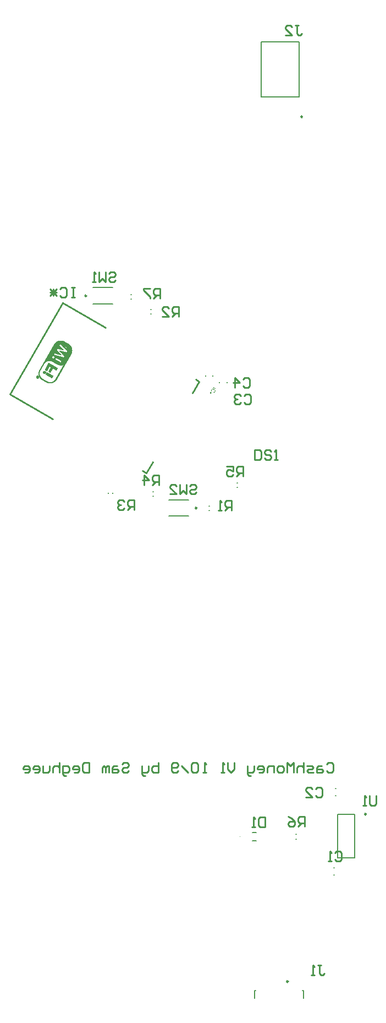
<source format=gbr>
%TF.GenerationSoftware,Altium Limited,Altium Designer,18.1.6 (161)*%
G04 Layer_Color=32896*
%FSLAX26Y26*%
%MOIN*%
%TF.FileFunction,Legend,Bot*%
%TF.Part,Single*%
G01*
G75*
%TA.AperFunction,NonConductor*%
%ADD10C,0.000500*%
%ADD33C,0.009842*%
%ADD34C,0.003937*%
%ADD35C,0.007874*%
%ADD36C,0.010000*%
G36*
X4257629Y6456731D02*
X4257742Y6456708D01*
X4257792Y6456722D01*
X4259024Y6456599D01*
X4260215Y6456332D01*
X4261351Y6455970D01*
X4262356Y6455600D01*
X4262802Y6455426D01*
X4263230Y6455221D01*
X4263564Y6455071D01*
X4263879Y6454889D01*
X4264118Y6454793D01*
X4264307Y6454684D01*
X4264433Y6454611D01*
X4264464Y6454593D01*
X4265563Y6453874D01*
X4266593Y6453111D01*
X4267480Y6452389D01*
X4267880Y6451990D01*
X4268235Y6451659D01*
X4268559Y6451346D01*
X4268833Y6451020D01*
X4269093Y6450743D01*
X4269309Y6450535D01*
X4269443Y6450331D01*
X4269583Y6450208D01*
X4269641Y6450091D01*
X4269673Y6450073D01*
X4270345Y6449054D01*
X4270887Y6448026D01*
X4271284Y6447040D01*
X4271404Y6446593D01*
X4271542Y6446177D01*
X4271649Y6445779D01*
X4271724Y6445400D01*
X4271786Y6445070D01*
X4271803Y6444808D01*
X4271856Y6444609D01*
X4271878Y6444428D01*
X4271873Y6444347D01*
X4271886Y6444297D01*
X4271884Y6443710D01*
X4271850Y6443141D01*
X4271650Y6441996D01*
X4271356Y6440904D01*
X4270986Y6439899D01*
X4270794Y6439421D01*
X4270639Y6439007D01*
X4270471Y6438642D01*
X4270307Y6438358D01*
X4270193Y6438088D01*
X4269992Y6437741D01*
X4269597Y6437129D01*
X4269188Y6436566D01*
X4268797Y6436035D01*
X4268362Y6435572D01*
X4267913Y6435159D01*
X4267482Y6434777D01*
X4267070Y6434426D01*
X4266644Y6434126D01*
X4266287Y6433870D01*
X4265929Y6433614D01*
X4265625Y6433453D01*
X4265322Y6433292D01*
X4265105Y6433207D01*
X4264951Y6433086D01*
X4264852Y6433059D01*
X4264802Y6433046D01*
X4264169Y6432823D01*
X4263572Y6432663D01*
X4262931Y6432571D01*
X4262289Y6432479D01*
X4261079Y6432421D01*
X4259941Y6432490D01*
X4259422Y6432537D01*
X4258953Y6432598D01*
X4258533Y6432672D01*
X4258195Y6432741D01*
X4257888Y6432792D01*
X4257663Y6432838D01*
X4257519Y6432880D01*
X4257487Y6432898D01*
X4258436Y6436217D01*
X4259014Y6436052D01*
X4259578Y6435936D01*
X4260110Y6435839D01*
X4260611Y6435760D01*
X4261098Y6435731D01*
X4261523Y6435738D01*
X4261965Y6435777D01*
X4262358Y6435802D01*
X4262701Y6435814D01*
X4263000Y6435894D01*
X4263280Y6435942D01*
X4263510Y6435977D01*
X4263677Y6436049D01*
X4263827Y6436089D01*
X4263876Y6436102D01*
X4263926Y6436115D01*
X4264360Y6436285D01*
X4264750Y6436523D01*
X4265497Y6437016D01*
X4266131Y6437532D01*
X4266671Y6438103D01*
X4267125Y6438598D01*
X4267284Y6438800D01*
X4267411Y6439021D01*
X4267552Y6439192D01*
X4267679Y6439413D01*
X4268066Y6440156D01*
X4268341Y6440922D01*
X4268547Y6441644D01*
X4268685Y6442320D01*
X4268751Y6442871D01*
X4268766Y6443115D01*
X4268794Y6443309D01*
X4268803Y6443471D01*
X4268795Y6443602D01*
X4268800Y6443683D01*
X4268818Y6443715D01*
X4268722Y6444569D01*
X4268541Y6445346D01*
X4268260Y6446097D01*
X4267956Y6446735D01*
X4267678Y6447273D01*
X4267409Y6447681D01*
X4267288Y6447835D01*
X4267230Y6447952D01*
X4267185Y6448020D01*
X4267153Y6448038D01*
X4266479Y6448764D01*
X4265769Y6449426D01*
X4265040Y6450057D01*
X4264338Y6450588D01*
X4264010Y6450820D01*
X4263713Y6451034D01*
X4263429Y6451198D01*
X4263226Y6451356D01*
X4263037Y6451466D01*
X4262880Y6451557D01*
X4262785Y6451611D01*
X4262754Y6451629D01*
X4261916Y6452071D01*
X4261123Y6452445D01*
X4260356Y6452719D01*
X4259653Y6452957D01*
X4259063Y6453172D01*
X4258806Y6453236D01*
X4258580Y6453282D01*
X4258404Y6453342D01*
X4258292Y6453365D01*
X4258210Y6453370D01*
X4258179Y6453388D01*
X4257272Y6453491D01*
X4256410Y6453527D01*
X4255655Y6453458D01*
X4254946Y6453321D01*
X4254367Y6453193D01*
X4253951Y6453055D01*
X4253666Y6452925D01*
X4253585Y6452930D01*
X4253567Y6452898D01*
X4252775Y6452473D01*
X4252041Y6451930D01*
X4251420Y6451364D01*
X4250912Y6450775D01*
X4250471Y6450230D01*
X4250294Y6449996D01*
X4250167Y6449776D01*
X4250044Y6449636D01*
X4249899Y6449384D01*
X4249475Y6448578D01*
X4249183Y6447780D01*
X4249026Y6447072D01*
X4248906Y6446427D01*
X4248890Y6445890D01*
X4248865Y6445483D01*
X4248882Y6445221D01*
X4248909Y6445122D01*
X4249091Y6444345D01*
X4249354Y6443562D01*
X4249703Y6442856D01*
X4250088Y6442213D01*
X4250447Y6441670D01*
X4250644Y6441430D01*
X4250797Y6441258D01*
X4250918Y6441104D01*
X4251008Y6440968D01*
X4251053Y6440900D01*
X4251084Y6440882D01*
X4248784Y6438427D01*
X4248326Y6438944D01*
X4247931Y6439424D01*
X4247604Y6439949D01*
X4247258Y6440443D01*
X4246994Y6440931D01*
X4246780Y6441434D01*
X4246547Y6441904D01*
X4246377Y6442338D01*
X4246271Y6442736D01*
X4246146Y6443102D01*
X4246053Y6443450D01*
X4245986Y6443699D01*
X4245919Y6443948D01*
X4245898Y6444128D01*
X4245903Y6444210D01*
X4245889Y6444259D01*
X4245860Y6444864D01*
X4245831Y6445470D01*
X4245865Y6446038D01*
X4245949Y6446620D01*
X4246212Y6447730D01*
X4246514Y6448690D01*
X4246656Y6449155D01*
X4246825Y6449520D01*
X4246993Y6449885D01*
X4247126Y6450186D01*
X4247221Y6450425D01*
X4247404Y6450741D01*
X4248067Y6451744D01*
X4248807Y6452662D01*
X4249506Y6453436D01*
X4249869Y6453773D01*
X4250213Y6454078D01*
X4250539Y6454352D01*
X4250847Y6454595D01*
X4251088Y6454792D01*
X4251328Y6454990D01*
X4251513Y6455093D01*
X4251649Y6455182D01*
X4251735Y6455259D01*
X4251785Y6455272D01*
X4252812Y6455814D01*
X4253861Y6456175D01*
X4254856Y6456441D01*
X4255796Y6456613D01*
X4256600Y6456695D01*
X4256943Y6456708D01*
X4257236Y6456706D01*
X4257467Y6456741D01*
X4257629Y6456731D01*
D02*
G37*
G36*
X4279660Y6455360D02*
X4277986Y6452460D01*
X4256172Y6465055D01*
X4257846Y6467955D01*
X4279660Y6455360D01*
D02*
G37*
G36*
X4245342Y6437051D02*
X4244943Y6435559D01*
X4244723Y6434887D01*
X4244522Y6434247D01*
X4244343Y6433720D01*
X4244297Y6433494D01*
X4244220Y6433287D01*
X4244178Y6433142D01*
X4244124Y6433048D01*
X4244119Y6432967D01*
X4244101Y6432935D01*
X4244318Y6433020D01*
X4244598Y6433068D01*
X4245226Y6433210D01*
X4245904Y6433365D01*
X4246613Y6433502D01*
X4247273Y6433625D01*
X4247815Y6433690D01*
X4248046Y6433726D01*
X4248195Y6433766D01*
X4248276Y6433761D01*
X4248326Y6433774D01*
X4248554Y6431330D01*
X4247931Y6431270D01*
X4247226Y6431214D01*
X4246508Y6431209D01*
X4245822Y6431185D01*
X4245235Y6431187D01*
X4244748Y6431216D01*
X4244535Y6431213D01*
X4244404Y6431204D01*
X4244323Y6431209D01*
X4244292Y6431227D01*
X4244748Y6430417D01*
X4245142Y6429644D01*
X4245478Y6428987D01*
X4245787Y6428431D01*
X4245988Y6427978D01*
X4246131Y6427644D01*
X4246216Y6427426D01*
X4246261Y6427359D01*
X4244012Y6426303D01*
X4243646Y6427271D01*
X4243357Y6428153D01*
X4243121Y6428835D01*
X4242929Y6429450D01*
X4242809Y6429898D01*
X4242748Y6430227D01*
X4242694Y6430426D01*
X4242681Y6430476D01*
X4242186Y6429837D01*
X4241678Y6429248D01*
X4241156Y6428709D01*
X4240702Y6428214D01*
X4240303Y6427814D01*
X4240131Y6427661D01*
X4239959Y6427508D01*
X4239855Y6427400D01*
X4239768Y6427324D01*
X4239700Y6427279D01*
X4239682Y6427248D01*
X4237971Y6429161D01*
X4238641Y6429740D01*
X4239276Y6430257D01*
X4239874Y6430710D01*
X4240386Y6431087D01*
X4240811Y6431387D01*
X4241151Y6431612D01*
X4241287Y6431701D01*
X4241373Y6431778D01*
X4241423Y6431791D01*
X4241441Y6431823D01*
X4240598Y6432183D01*
X4239819Y6432507D01*
X4239138Y6432858D01*
X4238566Y6433104D01*
X4238138Y6433309D01*
X4237773Y6433478D01*
X4237678Y6433532D01*
X4237584Y6433587D01*
X4237552Y6433605D01*
X4237521Y6433623D01*
X4238758Y6435767D01*
X4238979Y6435640D01*
X4239231Y6435494D01*
X4239749Y6435153D01*
X4240343Y6434726D01*
X4240906Y6434317D01*
X4241455Y6433958D01*
X4241689Y6433781D01*
X4241891Y6433622D01*
X4242080Y6433513D01*
X4242188Y6433408D01*
X4242283Y6433354D01*
X4242314Y6433336D01*
X4242349Y6433904D01*
X4242406Y6434586D01*
X4242481Y6435299D01*
X4242588Y6435994D01*
X4242690Y6436607D01*
X4242741Y6436914D01*
X4242756Y6437158D01*
X4242815Y6437334D01*
X4242825Y6437496D01*
X4242830Y6437577D01*
X4242848Y6437609D01*
X4245342Y6437051D01*
D02*
G37*
D10*
X3202911Y6568376D02*
X3296911Y6731189D01*
X3201845Y6565528D02*
X3298844Y6733537D01*
X3201277Y6563546D02*
X3300277Y6735019D01*
X3200710Y6561564D02*
X3301710Y6736501D01*
X3200393Y6560015D02*
X3302893Y6737550D01*
X3200076Y6558466D02*
X3304076Y6738599D01*
X3200009Y6557350D02*
X3305009Y6739215D01*
X3199692Y6555801D02*
X3306192Y6740264D01*
X3184692Y6529820D02*
X3187192Y6534150D01*
X3199625Y6554685D02*
X3307125Y6740880D01*
X3184625Y6528704D02*
X3188375Y6535199D01*
X3234558Y6614190D02*
X3308058Y6741496D01*
X3199559Y6553569D02*
X3206308Y6565260D01*
X3184559Y6527588D02*
X3189058Y6535382D01*
X3236491Y6616538D02*
X3308991Y6742112D01*
X3199491Y6552453D02*
X3205491Y6562845D01*
X3187991Y6532534D02*
X3189741Y6535565D01*
X3184742Y6526905D02*
X3186491Y6529936D01*
X3237674Y6617588D02*
X3309925Y6742728D01*
X3199425Y6551337D02*
X3204924Y6560863D01*
X3189175Y6533583D02*
X3190674Y6536181D01*
X3184925Y6526222D02*
X3186174Y6528387D01*
X3239108Y6619070D02*
X3310608Y6742911D01*
X3199608Y6550654D02*
X3204358Y6558881D01*
X3189858Y6533766D02*
X3191107Y6535931D01*
X3185108Y6525539D02*
X3186357Y6527704D01*
X3240041Y6619686D02*
X3311541Y6743527D01*
X3199541Y6549538D02*
X3204041Y6557332D01*
X3190790Y6534382D02*
X3191790Y6536114D01*
X3185291Y6524856D02*
X3186541Y6527021D01*
X3241224Y6620735D02*
X3312474Y6744143D01*
X3199724Y6548855D02*
X3203974Y6556216D01*
X3191473Y6534565D02*
X3192474Y6536297D01*
X3188474Y6529369D02*
X3190724Y6533266D01*
X3185724Y6524606D02*
X3186724Y6526338D01*
X3242157Y6621351D02*
X3313157Y6744326D01*
X3199657Y6547739D02*
X3203657Y6554667D01*
X3191907Y6534315D02*
X3192907Y6536047D01*
X3188157Y6527820D02*
X3191157Y6533016D01*
X3185907Y6523923D02*
X3186907Y6525655D01*
X3243090Y6621967D02*
X3313840Y6744509D01*
X3199840Y6547056D02*
X3203590Y6553551D01*
X3192590Y6534498D02*
X3193590Y6536230D01*
X3188340Y6527137D02*
X3191590Y6532766D01*
X3186340Y6523673D02*
X3187090Y6524972D01*
X3244023Y6622583D02*
X3314773Y6745126D01*
X3199773Y6545940D02*
X3203523Y6552435D01*
X3193023Y6534248D02*
X3194023Y6535980D01*
X3191273Y6531217D02*
X3192023Y6532516D01*
X3188773Y6526887D02*
X3190022Y6529052D01*
X3186523Y6522990D02*
X3187523Y6524722D01*
X3244956Y6623199D02*
X3315456Y6745308D01*
X3199956Y6545257D02*
X3203456Y6551319D01*
X3193706Y6534431D02*
X3194456Y6535730D01*
X3191706Y6530967D02*
X3192456Y6532266D01*
X3189206Y6526637D02*
X3190206Y6528369D01*
X3186956Y6522740D02*
X3187706Y6524039D01*
X3245889Y6623815D02*
X3316139Y6745491D01*
X3200139Y6544574D02*
X3203639Y6550636D01*
X3194139Y6534181D02*
X3195139Y6535913D01*
X3192139Y6530717D02*
X3192889Y6532016D01*
X3189639Y6526387D02*
X3190639Y6528119D01*
X3187389Y6522490D02*
X3188139Y6523789D01*
X3246572Y6623998D02*
X3317072Y6746107D01*
X3200072Y6543458D02*
X3203572Y6549520D01*
X3194572Y6533931D02*
X3195572Y6535663D01*
X3192572Y6530467D02*
X3193322Y6531766D01*
X3190072Y6526137D02*
X3191072Y6527869D01*
X3187822Y6522240D02*
X3188572Y6523539D01*
X3247505Y6624614D02*
X3317755Y6746291D01*
X3200255Y6542775D02*
X3203755Y6548837D01*
X3195005Y6533681D02*
X3196005Y6535413D01*
X3190505Y6525887D02*
X3193755Y6531516D01*
X3188005Y6521557D02*
X3189005Y6523289D01*
X3248188Y6624797D02*
X3318438Y6746474D01*
X3200438Y6542092D02*
X3203688Y6547721D01*
X3195438Y6533431D02*
X3196438Y6535163D01*
X3191188Y6526070D02*
X3194188Y6531266D01*
X3188438Y6521307D02*
X3189438Y6523039D01*
X3249121Y6625413D02*
X3319120Y6746657D01*
X3200621Y6541408D02*
X3203871Y6547038D01*
X3196121Y6533614D02*
X3196871Y6534913D01*
X3192121Y6526686D02*
X3194621Y6531016D01*
X3188871Y6521057D02*
X3189870Y6522789D01*
X3249804Y6625596D02*
X3319804Y6746840D01*
X3200804Y6540726D02*
X3203804Y6545922D01*
X3196304Y6532931D02*
X3197304Y6534663D01*
X3194304Y6529467D02*
X3195054Y6530766D01*
X3192554Y6526436D02*
X3193804Y6528601D01*
X3189304Y6520807D02*
X3190304Y6522539D01*
X3250487Y6625779D02*
X3320487Y6747023D01*
X3200987Y6540042D02*
X3203987Y6545239D01*
X3196737Y6532681D02*
X3197736Y6534413D01*
X3194737Y6529217D02*
X3195487Y6530516D01*
X3192737Y6525753D02*
X3193737Y6527485D01*
X3189987Y6520990D02*
X3190737Y6522289D01*
X3251170Y6625962D02*
X3321170Y6747206D01*
X3201170Y6539359D02*
X3204170Y6544556D01*
X3197170Y6532431D02*
X3198170Y6534163D01*
X3195170Y6528967D02*
X3195920Y6530266D01*
X3192920Y6525070D02*
X3194170Y6527235D01*
X3190420Y6520740D02*
X3191170Y6522039D01*
X3252103Y6626578D02*
X3321853Y6747389D01*
X3201353Y6538676D02*
X3204103Y6543440D01*
X3197603Y6532181D02*
X3198353Y6533480D01*
X3195603Y6528717D02*
X3196353Y6530016D01*
X3193353Y6524820D02*
X3194353Y6526552D01*
X3190853Y6520490D02*
X3191853Y6522222D01*
X3252786Y6626761D02*
X3322536Y6747572D01*
X3201536Y6537993D02*
X3204286Y6542757D01*
X3197786Y6531498D02*
X3198786Y6533230D01*
X3196036Y6528467D02*
X3196786Y6529766D01*
X3193536Y6524137D02*
X3194536Y6525869D01*
X3191286Y6520240D02*
X3192286Y6521972D01*
X3253469Y6626944D02*
X3323219Y6747755D01*
X3201719Y6537310D02*
X3204469Y6542074D01*
X3198219Y6531248D02*
X3198969Y6532547D01*
X3196469Y6528217D02*
X3197219Y6529516D01*
X3193719Y6523454D02*
X3194969Y6525619D01*
X3191969Y6520423D02*
X3192969Y6522155D01*
X3254152Y6627127D02*
X3323902Y6747938D01*
X3201902Y6536627D02*
X3204652Y6541391D01*
X3198402Y6530565D02*
X3199402Y6532297D01*
X3196902Y6527967D02*
X3197652Y6529266D01*
X3194152Y6523204D02*
X3195152Y6524936D01*
X3192402Y6520173D02*
X3193402Y6521905D01*
X3254835Y6627310D02*
X3324585Y6748121D01*
X3202085Y6535944D02*
X3204835Y6540708D01*
X3198585Y6529882D02*
X3199585Y6531614D01*
X3193085Y6520356D02*
X3194085Y6522088D01*
X3255518Y6627493D02*
X3325268Y6748304D01*
X3202518Y6535694D02*
X3205018Y6540025D01*
X3198768Y6529199D02*
X3200018Y6531364D01*
X3193768Y6520539D02*
X3195018Y6522704D01*
X3256201Y6627676D02*
X3325701Y6748054D01*
X3202701Y6535011D02*
X3205201Y6539342D01*
X3198701Y6528083D02*
X3200201Y6530681D01*
X3194451Y6520722D02*
X3195701Y6522887D01*
X3256634Y6627426D02*
X3326384Y6748237D01*
X3202884Y6534328D02*
X3205384Y6538658D01*
X3198634Y6526967D02*
X3200384Y6529998D01*
X3195134Y6520905D02*
X3196634Y6523503D01*
X3257317Y6627609D02*
X3327067Y6748420D01*
X3203067Y6533645D02*
X3205567Y6537975D01*
X3195817Y6521088D02*
X3200317Y6528882D01*
X3258000Y6627792D02*
X3327750Y6748603D01*
X3203250Y6532962D02*
X3206000Y6537725D01*
X3196500Y6521271D02*
X3200500Y6528199D01*
X3258683Y6627975D02*
X3328183Y6748353D01*
X3203683Y6532712D02*
X3206183Y6537042D01*
X3197683Y6522320D02*
X3200183Y6526650D01*
X3259366Y6628158D02*
X3328866Y6748536D01*
X3203866Y6532029D02*
X3206366Y6536359D01*
X3260049Y6628341D02*
X3329549Y6748719D01*
X3204049Y6531346D02*
X3206549Y6535676D01*
X3260482Y6628091D02*
X3330232Y6748902D01*
X3204482Y6531096D02*
X3206732Y6534993D01*
X3261165Y6628274D02*
X3330665Y6748652D01*
X3204665Y6530413D02*
X3207165Y6534743D01*
X3261848Y6628457D02*
X3331348Y6748835D01*
X3204848Y6529730D02*
X3207348Y6534060D01*
X3262281Y6628207D02*
X3331781Y6748585D01*
X3205281Y6529480D02*
X3207531Y6533377D01*
X3262964Y6628390D02*
X3332464Y6748768D01*
X3205464Y6528797D02*
X3207964Y6533127D01*
X3263647Y6628573D02*
X3333147Y6748951D01*
X3205897Y6528547D02*
X3208147Y6532444D01*
X3264080Y6628323D02*
X3333580Y6748701D01*
X3206080Y6527864D02*
X3208330Y6531761D01*
X3264763Y6628506D02*
X3334263Y6748884D01*
X3206263Y6527181D02*
X3208763Y6531511D01*
X3265196Y6628256D02*
X3334696Y6748634D01*
X3206696Y6526931D02*
X3208946Y6530828D01*
X3265879Y6628439D02*
X3335379Y6748817D01*
X3206879Y6526248D02*
X3209379Y6530578D01*
X3266312Y6628189D02*
X3335812Y6748567D01*
X3207312Y6525998D02*
X3209562Y6529895D01*
X3266995Y6628372D02*
X3336495Y6748750D01*
X3207495Y6525315D02*
X3209745Y6529212D01*
X3282178Y6653670D02*
X3336928Y6748500D01*
X3267428Y6628122D02*
X3280928Y6651505D01*
X3228178Y6560139D02*
X3229178Y6561871D01*
X3207928Y6525065D02*
X3210178Y6528962D01*
X3283611Y6655152D02*
X3337611Y6748683D01*
X3268111Y6628305D02*
X3280611Y6649956D01*
X3227611Y6558157D02*
X3230611Y6563353D01*
X3208361Y6524815D02*
X3210361Y6528279D01*
X3284544Y6655768D02*
X3338044Y6748433D01*
X3268544Y6628055D02*
X3280544Y6648840D01*
X3227544Y6557041D02*
X3231544Y6563969D01*
X3208544Y6524132D02*
X3210794Y6528029D01*
X3328477Y6730862D02*
X3338477Y6748183D01*
X3327977Y6729996D02*
X3328227Y6730429D01*
X3322977Y6721336D02*
X3323477Y6722202D01*
X3311977Y6702283D02*
X3322727Y6720903D01*
X3307227Y6694056D02*
X3307477Y6694489D01*
X3306477Y6692757D02*
X3306977Y6693623D01*
X3295727Y6674138D02*
X3306227Y6692324D01*
X3289977Y6664178D02*
X3290227Y6664611D01*
X3285227Y6655951D02*
X3289727Y6663745D01*
X3269227Y6628238D02*
X3280477Y6647724D01*
X3227477Y6555925D02*
X3232227Y6564152D01*
X3208977Y6523882D02*
X3211227Y6527779D01*
X3329160Y6731045D02*
X3339160Y6748366D01*
X3312410Y6702033D02*
X3322410Y6719354D01*
X3296410Y6674321D02*
X3306660Y6692074D01*
X3285910Y6656134D02*
X3290160Y6663495D01*
X3269660Y6627988D02*
X3280660Y6647041D01*
X3238160Y6573429D02*
X3260910Y6612833D01*
X3227660Y6555242D02*
X3232910Y6564335D01*
X3209160Y6523199D02*
X3211410Y6527096D01*
X3329593Y6730795D02*
X3339593Y6748116D01*
X3312843Y6701783D02*
X3322843Y6719104D01*
X3296843Y6674071D02*
X3306843Y6691391D01*
X3286593Y6656317D02*
X3290593Y6663245D01*
X3270093Y6627738D02*
X3280843Y6646358D01*
X3238343Y6572746D02*
X3261343Y6612583D01*
X3227843Y6554559D02*
X3233593Y6564518D01*
X3209593Y6522949D02*
X3211843Y6526846D01*
X3329776Y6730112D02*
X3340276Y6748299D01*
X3313526Y6701966D02*
X3323276Y6718854D01*
X3297276Y6673821D02*
X3307276Y6691141D01*
X3287276Y6656500D02*
X3291276Y6663428D01*
X3270776Y6627921D02*
X3281026Y6645675D01*
X3239026Y6572929D02*
X3261776Y6612333D01*
X3228276Y6554309D02*
X3234276Y6564701D01*
X3210026Y6522699D02*
X3212026Y6526163D01*
X3330209Y6729862D02*
X3340709Y6748049D01*
X3313959Y6701716D02*
X3323709Y6718604D01*
X3297959Y6674004D02*
X3307709Y6690891D01*
X3287959Y6656683D02*
X3291709Y6663178D01*
X3271209Y6627671D02*
X3281459Y6645425D01*
X3239459Y6572679D02*
X3262209Y6612083D01*
X3228459Y6553626D02*
X3234959Y6564884D01*
X3210209Y6522016D02*
X3212459Y6525913D01*
X3330642Y6729612D02*
X3341142Y6747799D01*
X3314392Y6701466D02*
X3323892Y6717921D01*
X3298392Y6673754D02*
X3308142Y6690641D01*
X3288392Y6656433D02*
X3292142Y6662928D01*
X3271892Y6627854D02*
X3281642Y6644742D01*
X3239892Y6572429D02*
X3262642Y6611833D01*
X3228642Y6552943D02*
X3235392Y6564634D01*
X3210642Y6521766D02*
X3212892Y6525663D01*
X3331075Y6729362D02*
X3341825Y6747982D01*
X3315075Y6701650D02*
X3324325Y6717671D01*
X3298825Y6673504D02*
X3308325Y6689958D01*
X3289075Y6656616D02*
X3292575Y6662678D01*
X3272325Y6627604D02*
X3282075Y6644492D01*
X3240325Y6572179D02*
X3263075Y6611583D01*
X3229075Y6552693D02*
X3236075Y6564817D01*
X3210825Y6521083D02*
X3213075Y6524980D01*
X3331258Y6728679D02*
X3342258Y6747732D01*
X3315508Y6701399D02*
X3324758Y6717421D01*
X3299258Y6673254D02*
X3308758Y6689708D01*
X3289508Y6656366D02*
X3293258Y6662861D01*
X3272758Y6627354D02*
X3282258Y6643809D01*
X3240758Y6571929D02*
X3263508Y6611333D01*
X3229258Y6552010D02*
X3236508Y6564567D01*
X3211258Y6520833D02*
X3213508Y6524730D01*
X3331691Y6728429D02*
X3342691Y6747482D01*
X3315941Y6701150D02*
X3325191Y6717171D01*
X3299691Y6673004D02*
X3309191Y6689458D01*
X3289941Y6656116D02*
X3293691Y6662611D01*
X3273441Y6627537D02*
X3282691Y6643559D01*
X3241191Y6571679D02*
X3263941Y6611083D01*
X3229691Y6551760D02*
X3236941Y6564317D01*
X3211691Y6520583D02*
X3213691Y6524047D01*
X3332124Y6728179D02*
X3343374Y6747665D01*
X3316624Y6701333D02*
X3325374Y6716488D01*
X3300374Y6673187D02*
X3309374Y6688775D01*
X3290624Y6656299D02*
X3294124Y6662361D01*
X3273874Y6627287D02*
X3283124Y6643309D01*
X3241624Y6571429D02*
X3264374Y6610833D01*
X3230124Y6551510D02*
X3237624Y6564500D01*
X3212124Y6520333D02*
X3214124Y6523797D01*
X3332557Y6727929D02*
X3343807Y6747415D01*
X3317057Y6701082D02*
X3325807Y6716238D01*
X3300807Y6672937D02*
X3309807Y6688525D01*
X3291057Y6656049D02*
X3294557Y6662111D01*
X3274307Y6627037D02*
X3283557Y6643059D01*
X3242057Y6571179D02*
X3264807Y6610583D01*
X3230557Y6551260D02*
X3238057Y6564250D01*
X3212307Y6519650D02*
X3214557Y6523547D01*
X3332740Y6727246D02*
X3344240Y6747165D01*
X3317490Y6700832D02*
X3326240Y6715988D01*
X3301240Y6672687D02*
X3310240Y6688275D01*
X3291490Y6655799D02*
X3295240Y6662294D01*
X3274740Y6626787D02*
X3283990Y6642809D01*
X3242490Y6570929D02*
X3265240Y6610333D01*
X3230990Y6551010D02*
X3238490Y6564000D01*
X3212740Y6519400D02*
X3214990Y6523297D01*
X3333173Y6726996D02*
X3344673Y6746915D01*
X3317923Y6700582D02*
X3326673Y6715738D01*
X3301673Y6672437D02*
X3310673Y6688025D01*
X3291923Y6655549D02*
X3295673Y6662044D01*
X3275423Y6626970D02*
X3284173Y6642126D01*
X3242923Y6570679D02*
X3265673Y6610083D01*
X3231423Y6550760D02*
X3238923Y6563750D01*
X3213173Y6519150D02*
X3215173Y6522614D01*
X3333606Y6726746D02*
X3345356Y6747098D01*
X3318606Y6700766D02*
X3327106Y6715488D01*
X3302356Y6672620D02*
X3310856Y6687342D01*
X3292356Y6655299D02*
X3296106Y6661794D01*
X3275856Y6626720D02*
X3284856Y6642309D01*
X3243356Y6570429D02*
X3266106Y6609833D01*
X3231856Y6550510D02*
X3239356Y6563501D01*
X3213356Y6518467D02*
X3215606Y6522364D01*
X3334039Y6726496D02*
X3345789Y6746848D01*
X3319039Y6700515D02*
X3327289Y6714805D01*
X3302789Y6672370D02*
X3311289Y6687092D01*
X3292789Y6655049D02*
X3296539Y6661544D01*
X3276289Y6626470D02*
X3285289Y6642059D01*
X3243789Y6570179D02*
X3266539Y6609583D01*
X3232289Y6550260D02*
X3239789Y6563250D01*
X3213789Y6518217D02*
X3216039Y6522114D01*
X3334222Y6725813D02*
X3346222Y6746598D01*
X3319472Y6700266D02*
X3327722Y6714555D01*
X3303222Y6672120D02*
X3311722Y6686842D01*
X3292972Y6654366D02*
X3297222Y6661727D01*
X3276722Y6626220D02*
X3285722Y6641809D01*
X3244222Y6569929D02*
X3266972Y6609333D01*
X3232722Y6550010D02*
X3240222Y6563001D01*
X3214222Y6517967D02*
X3216472Y6521864D01*
X3334655Y6725563D02*
X3346655Y6746348D01*
X3320155Y6700449D02*
X3328155Y6714305D01*
X3303655Y6671870D02*
X3311905Y6686159D01*
X3293405Y6654116D02*
X3297655Y6661477D01*
X3277405Y6626403D02*
X3286155Y6641559D01*
X3244655Y6569679D02*
X3267405Y6609083D01*
X3233155Y6549760D02*
X3240405Y6562318D01*
X3214655Y6517717D02*
X3216655Y6521181D01*
X3335088Y6725313D02*
X3347088Y6746098D01*
X3320588Y6700198D02*
X3328588Y6714055D01*
X3304338Y6672053D02*
X3312338Y6685909D01*
X3293838Y6653866D02*
X3298088Y6661227D01*
X3277838Y6626153D02*
X3286588Y6641309D01*
X3245088Y6569429D02*
X3267838Y6608833D01*
X3233838Y6549943D02*
X3240838Y6562067D01*
X3215088Y6517467D02*
X3217088Y6520931D01*
X3335271Y6724630D02*
X3347771Y6746281D01*
X3321021Y6699949D02*
X3328771Y6713372D01*
X3304771Y6671803D02*
X3312771Y6685659D01*
X3294271Y6653616D02*
X3298521Y6660977D01*
X3278271Y6625903D02*
X3287271Y6641492D01*
X3245521Y6569179D02*
X3268271Y6608583D01*
X3234271Y6549693D02*
X3241271Y6561817D01*
X3215271Y6516784D02*
X3217521Y6520681D01*
X3335704Y6724380D02*
X3348204Y6746031D01*
X3321454Y6699698D02*
X3329204Y6713122D01*
X3305204Y6671553D02*
X3313204Y6685409D01*
X3294454Y6652933D02*
X3299204Y6661160D01*
X3278704Y6625653D02*
X3287704Y6641242D01*
X3245954Y6568929D02*
X3268704Y6608333D01*
X3234704Y6549443D02*
X3241454Y6561134D01*
X3215704Y6516534D02*
X3217954Y6520431D01*
X3336137Y6724130D02*
X3348637Y6745781D01*
X3322137Y6699882D02*
X3329637Y6712872D01*
X3305637Y6671302D02*
X3313387Y6684726D01*
X3294887Y6652683D02*
X3299637Y6660910D01*
X3279137Y6625403D02*
X3288387Y6641425D01*
X3246387Y6568679D02*
X3269137Y6608083D01*
X3235387Y6549626D02*
X3241887Y6560884D01*
X3216137Y6516284D02*
X3218387Y6520181D01*
X3336570Y6723880D02*
X3349070Y6745531D01*
X3322570Y6699632D02*
X3330070Y6712622D01*
X3306320Y6671486D02*
X3313820Y6684476D01*
X3295070Y6652000D02*
X3300070Y6660660D01*
X3279570Y6625153D02*
X3289070Y6641608D01*
X3246820Y6568429D02*
X3269570Y6607833D01*
X3236070Y6549809D02*
X3242070Y6560201D01*
X3216570Y6516034D02*
X3218570Y6519498D01*
X3336753Y6723197D02*
X3349503Y6745281D01*
X3323003Y6699382D02*
X3330503Y6712372D01*
X3306753Y6671236D02*
X3314253Y6684226D01*
X3295253Y6651317D02*
X3300753Y6660843D01*
X3280003Y6624903D02*
X3289503Y6641358D01*
X3247253Y6568179D02*
X3270003Y6607583D01*
X3236503Y6549559D02*
X3242253Y6559518D01*
X3217003Y6515784D02*
X3219003Y6519248D01*
X3337186Y6722947D02*
X3349936Y6745031D01*
X3323686Y6699565D02*
X3330686Y6711689D01*
X3307186Y6670986D02*
X3314436Y6683543D01*
X3295436Y6650634D02*
X3301186Y6660593D01*
X3280686Y6625086D02*
X3290186Y6641541D01*
X3247436Y6567496D02*
X3270436Y6607333D01*
X3237186Y6549742D02*
X3242436Y6558835D01*
X3217436Y6515534D02*
X3219436Y6518998D01*
X3337619Y6722697D02*
X3350369Y6744781D01*
X3324119Y6699315D02*
X3331119Y6711439D01*
X3307619Y6670736D02*
X3314869Y6683293D01*
X3295619Y6649951D02*
X3301619Y6660343D01*
X3281119Y6624836D02*
X3290869Y6641724D01*
X3248119Y6567679D02*
X3270869Y6607083D01*
X3238119Y6550358D02*
X3242619Y6558152D01*
X3217869Y6515284D02*
X3219869Y6518748D01*
X3338052Y6722447D02*
X3351052Y6744964D01*
X3324552Y6699065D02*
X3331552Y6711189D01*
X3308052Y6670486D02*
X3315302Y6683043D01*
X3295552Y6648835D02*
X3302052Y6660093D01*
X3281552Y6624586D02*
X3291802Y6642340D01*
X3264552Y6595141D02*
X3271302Y6606833D01*
X3238802Y6550541D02*
X3242802Y6557470D01*
X3218052Y6514601D02*
X3220302Y6518498D01*
X3338235Y6721764D02*
X3351485Y6744714D01*
X3325235Y6699248D02*
X3331985Y6710939D01*
X3308735Y6670669D02*
X3315735Y6682793D01*
X3295485Y6647719D02*
X3302735Y6660276D01*
X3281985Y6624336D02*
X3292735Y6642956D01*
X3264985Y6594891D02*
X3271735Y6606583D01*
X3239735Y6551157D02*
X3242485Y6555920D01*
X3218485Y6514351D02*
X3220735Y6518248D01*
X3338668Y6721514D02*
X3351918Y6744464D01*
X3325668Y6698998D02*
X3332168Y6710256D01*
X3309168Y6670419D02*
X3315918Y6682110D01*
X3294918Y6645737D02*
X3303168Y6660026D01*
X3282418Y6624086D02*
X3294668Y6645304D01*
X3265418Y6594641D02*
X3272168Y6606333D01*
X3241668Y6553505D02*
X3241918Y6553938D01*
X3218918Y6514101D02*
X3221168Y6517998D01*
X3339101Y6721264D02*
X3352351Y6744214D01*
X3326101Y6698748D02*
X3332601Y6710006D01*
X3309601Y6670169D02*
X3316351Y6681860D01*
X3282851Y6623836D02*
X3303601Y6659776D01*
X3265851Y6594391D02*
X3272601Y6606083D01*
X3219351Y6513851D02*
X3221601Y6517748D01*
X3339534Y6721014D02*
X3352784Y6743964D01*
X3326534Y6698498D02*
X3333034Y6709756D01*
X3310034Y6669919D02*
X3316784Y6681610D01*
X3283284Y6623586D02*
X3304034Y6659526D01*
X3266284Y6594141D02*
X3273034Y6605833D01*
X3219784Y6513601D02*
X3222034Y6517498D01*
X3339717Y6720331D02*
X3353217Y6743714D01*
X3327217Y6698681D02*
X3333467Y6709506D01*
X3310467Y6669669D02*
X3316967Y6680927D01*
X3283717Y6623336D02*
X3304717Y6659709D01*
X3266717Y6593891D02*
X3273467Y6605583D01*
X3220217Y6513351D02*
X3222467Y6517248D01*
X3340151Y6720081D02*
X3353651Y6743464D01*
X3327650Y6698431D02*
X3333900Y6709256D01*
X3311150Y6669852D02*
X3317400Y6680677D01*
X3284150Y6623086D02*
X3305150Y6659459D01*
X3267151Y6593641D02*
X3273900Y6605333D01*
X3220651Y6513101D02*
X3222900Y6516998D01*
X3340583Y6719831D02*
X3354083Y6743214D01*
X3328084Y6698181D02*
X3334083Y6708573D01*
X3311583Y6669602D02*
X3317833Y6680427D01*
X3284583Y6622836D02*
X3305584Y6659209D01*
X3267583Y6593391D02*
X3274333Y6605083D01*
X3221083Y6512851D02*
X3223333Y6516748D01*
X3340766Y6719148D02*
X3354517Y6742964D01*
X3328767Y6698364D02*
X3334516Y6708323D01*
X3312016Y6669352D02*
X3318266Y6680177D01*
X3285016Y6622586D02*
X3306016Y6658959D01*
X3268016Y6593141D02*
X3274766Y6604833D01*
X3221517Y6512601D02*
X3223766Y6516498D01*
X3341199Y6718898D02*
X3354949Y6742714D01*
X3329199Y6698114D02*
X3334950Y6708073D01*
X3312449Y6669102D02*
X3318449Y6679494D01*
X3285449Y6622336D02*
X3306699Y6659142D01*
X3268449Y6592891D02*
X3275199Y6604583D01*
X3221949Y6512351D02*
X3224199Y6516248D01*
X3341633Y6718648D02*
X3355383Y6742464D01*
X3329633Y6697864D02*
X3335383Y6707823D01*
X3313133Y6669285D02*
X3318883Y6679244D01*
X3285883Y6622086D02*
X3307133Y6658892D01*
X3268882Y6592641D02*
X3275632Y6604333D01*
X3222383Y6512101D02*
X3224633Y6515998D01*
X3342066Y6718398D02*
X3355815Y6742214D01*
X3330066Y6697614D02*
X3335566Y6707140D01*
X3313566Y6669035D02*
X3319315Y6678994D01*
X3286316Y6621836D02*
X3307565Y6658642D01*
X3269316Y6592391D02*
X3276066Y6604083D01*
X3222815Y6511851D02*
X3225066Y6515748D01*
X3342249Y6717715D02*
X3356249Y6741964D01*
X3330748Y6697797D02*
X3335999Y6706890D01*
X3313999Y6668785D02*
X3319498Y6678311D01*
X3286748Y6621586D02*
X3307999Y6658392D01*
X3269749Y6592141D02*
X3276499Y6603833D01*
X3223249Y6511601D02*
X3225499Y6515498D01*
X3342681Y6717465D02*
X3356682Y6741714D01*
X3331182Y6697547D02*
X3336432Y6706640D01*
X3314432Y6668535D02*
X3319932Y6678061D01*
X3287182Y6621336D02*
X3308682Y6658575D01*
X3270182Y6591891D02*
X3276931Y6603583D01*
X3223682Y6511351D02*
X3225932Y6515248D01*
X3343115Y6717215D02*
X3357115Y6741464D01*
X3331615Y6697297D02*
X3336865Y6706390D01*
X3326115Y6687770D02*
X3326365Y6688203D01*
X3315115Y6668718D02*
X3320365Y6677811D01*
X3303115Y6647933D02*
X3309115Y6658325D01*
X3287615Y6621086D02*
X3296615Y6636675D01*
X3270615Y6591641D02*
X3277365Y6603333D01*
X3243615Y6544876D02*
X3250115Y6556134D01*
X3224115Y6511101D02*
X3226365Y6514998D01*
X3343548Y6716965D02*
X3357548Y6741214D01*
X3332298Y6697480D02*
X3337048Y6705707D01*
X3326298Y6687087D02*
X3326798Y6687953D01*
X3315548Y6668468D02*
X3320798Y6677561D01*
X3303548Y6647683D02*
X3309548Y6658075D01*
X3288048Y6620836D02*
X3297048Y6636425D01*
X3271048Y6591391D02*
X3277798Y6603083D01*
X3244048Y6544626D02*
X3250548Y6555884D01*
X3224548Y6510851D02*
X3226798Y6514748D01*
X3343731Y6716282D02*
X3357981Y6740964D01*
X3332731Y6697230D02*
X3337481Y6705457D01*
X3326731Y6686837D02*
X3327231Y6687703D01*
X3315981Y6668218D02*
X3320981Y6676878D01*
X3303981Y6647433D02*
X3310231Y6658258D01*
X3288481Y6620586D02*
X3297481Y6636175D01*
X3271481Y6591141D02*
X3278231Y6602833D01*
X3244481Y6544376D02*
X3250981Y6555634D01*
X3224981Y6510601D02*
X3227231Y6514498D01*
X3344164Y6716032D02*
X3358414Y6740714D01*
X3333164Y6696980D02*
X3337914Y6705207D01*
X3327164Y6686587D02*
X3327664Y6687453D01*
X3316414Y6667968D02*
X3321414Y6676628D01*
X3304414Y6647183D02*
X3310664Y6658008D01*
X3288914Y6620336D02*
X3297914Y6635925D01*
X3271914Y6590891D02*
X3278664Y6602583D01*
X3244914Y6544126D02*
X3251414Y6555384D01*
X3225414Y6510351D02*
X3227664Y6514248D01*
X3344597Y6715782D02*
X3358847Y6740464D01*
X3333847Y6697163D02*
X3338347Y6704957D01*
X3327597Y6686337D02*
X3328347Y6687636D01*
X3317097Y6668151D02*
X3321847Y6676378D01*
X3304847Y6646933D02*
X3311097Y6657758D01*
X3289347Y6620086D02*
X3298347Y6635675D01*
X3272347Y6590641D02*
X3279097Y6602333D01*
X3245347Y6543876D02*
X3251847Y6555134D01*
X3225847Y6510101D02*
X3228097Y6513998D01*
X3345030Y6715532D02*
X3359280Y6740214D01*
X3334280Y6696913D02*
X3338780Y6704707D01*
X3327780Y6685654D02*
X3328780Y6687386D01*
X3317530Y6667901D02*
X3322280Y6676128D01*
X3305030Y6646250D02*
X3311530Y6657508D01*
X3289780Y6619836D02*
X3298780Y6635425D01*
X3272780Y6590391D02*
X3279530Y6602083D01*
X3245780Y6543626D02*
X3252280Y6554884D01*
X3226280Y6509851D02*
X3228530Y6513748D01*
X3345213Y6714849D02*
X3359713Y6739964D01*
X3334713Y6696663D02*
X3338963Y6704024D01*
X3328213Y6685404D02*
X3329213Y6687136D01*
X3317963Y6667651D02*
X3322463Y6675445D01*
X3305713Y6646433D02*
X3312213Y6657691D01*
X3290213Y6619586D02*
X3299213Y6635175D01*
X3273213Y6590141D02*
X3279963Y6601833D01*
X3246213Y6543376D02*
X3252713Y6554634D01*
X3226713Y6509601D02*
X3228963Y6513498D01*
X3345646Y6714599D02*
X3360146Y6739714D01*
X3335146Y6696413D02*
X3339396Y6703774D01*
X3328646Y6685154D02*
X3329896Y6687319D01*
X3318396Y6667401D02*
X3322896Y6675195D01*
X3306146Y6646183D02*
X3312646Y6657441D01*
X3290646Y6619336D02*
X3299646Y6634925D01*
X3273646Y6589891D02*
X3280396Y6601583D01*
X3246646Y6543126D02*
X3253146Y6554384D01*
X3227146Y6509351D02*
X3229396Y6513248D01*
X3346079Y6714349D02*
X3360579Y6739464D01*
X3335829Y6696596D02*
X3339829Y6703524D01*
X3328829Y6684471D02*
X3330329Y6687069D01*
X3318829Y6667151D02*
X3323329Y6674945D01*
X3306579Y6645933D02*
X3313079Y6657191D01*
X3291079Y6619086D02*
X3300079Y6634675D01*
X3274079Y6589641D02*
X3280829Y6601333D01*
X3247079Y6542876D02*
X3253579Y6554134D01*
X3227579Y6509101D02*
X3229829Y6512998D01*
X3346262Y6713666D02*
X3361012Y6739214D01*
X3336262Y6696346D02*
X3340262Y6703274D01*
X3329262Y6684221D02*
X3330762Y6686819D01*
X3319512Y6667334D02*
X3323512Y6674262D01*
X3307012Y6645683D02*
X3313512Y6656941D01*
X3291512Y6618836D02*
X3300512Y6634425D01*
X3274512Y6589392D02*
X3281262Y6601083D01*
X3247512Y6542626D02*
X3254012Y6553884D01*
X3228012Y6508851D02*
X3230262Y6512748D01*
X3346695Y6713416D02*
X3361445Y6738964D01*
X3336695Y6696096D02*
X3340445Y6702591D01*
X3329695Y6683971D02*
X3331195Y6686569D01*
X3319945Y6667084D02*
X3323945Y6674012D01*
X3307445Y6645433D02*
X3314195Y6657124D01*
X3291945Y6618586D02*
X3300945Y6634175D01*
X3274945Y6589141D02*
X3281695Y6600833D01*
X3247945Y6542376D02*
X3254445Y6553634D01*
X3228445Y6508601D02*
X3230695Y6512498D01*
X3347128Y6713166D02*
X3361878Y6738714D01*
X3337378Y6696279D02*
X3340878Y6702341D01*
X3330128Y6683721D02*
X3331878Y6686752D01*
X3320378Y6666834D02*
X3324378Y6673762D01*
X3307878Y6645183D02*
X3314628Y6656874D01*
X3292378Y6618336D02*
X3301378Y6633925D01*
X3260378Y6562911D02*
X3282128Y6600583D01*
X3248378Y6542126D02*
X3254878Y6553384D01*
X3228878Y6508351D02*
X3231128Y6512248D01*
X3347561Y6712916D02*
X3362311Y6738464D01*
X3337811Y6696029D02*
X3341311Y6702091D01*
X3330311Y6683038D02*
X3332311Y6686502D01*
X3320811Y6666584D02*
X3324811Y6673512D01*
X3308311Y6644933D02*
X3315061Y6656624D01*
X3292811Y6618086D02*
X3301811Y6633675D01*
X3260811Y6562661D02*
X3282561Y6600333D01*
X3248811Y6541876D02*
X3255311Y6553134D01*
X3229311Y6508101D02*
X3231561Y6511998D01*
X3347744Y6712233D02*
X3362744Y6738214D01*
X3338244Y6695779D02*
X3341744Y6701841D01*
X3330744Y6682788D02*
X3332744Y6686252D01*
X3321494Y6666767D02*
X3324994Y6672829D01*
X3308744Y6644683D02*
X3315494Y6656374D01*
X3293244Y6617836D02*
X3302244Y6633425D01*
X3261244Y6562411D02*
X3282994Y6600083D01*
X3249244Y6541626D02*
X3255744Y6552884D01*
X3229744Y6507851D02*
X3231994Y6511748D01*
X3348177Y6711983D02*
X3363177Y6737964D01*
X3338927Y6695962D02*
X3342177Y6701591D01*
X3331177Y6682538D02*
X3333427Y6686435D01*
X3321927Y6666517D02*
X3325427Y6672579D01*
X3309177Y6644433D02*
X3316177Y6656557D01*
X3293677Y6617586D02*
X3302677Y6633175D01*
X3261677Y6562161D02*
X3283427Y6599833D01*
X3249677Y6541376D02*
X3256177Y6552634D01*
X3230177Y6507601D02*
X3232427Y6511498D01*
X3348610Y6711733D02*
X3363610Y6737714D01*
X3339360Y6695712D02*
X3342360Y6700908D01*
X3331360Y6681855D02*
X3333860Y6686185D01*
X3322360Y6666267D02*
X3325860Y6672329D01*
X3309610Y6644183D02*
X3316610Y6656307D01*
X3294110Y6617336D02*
X3303110Y6632925D01*
X3262110Y6561911D02*
X3283860Y6599583D01*
X3250110Y6541126D02*
X3256610Y6552384D01*
X3230610Y6507351D02*
X3232860Y6511248D01*
X3349043Y6711483D02*
X3364043Y6737464D01*
X3339793Y6695462D02*
X3342793Y6700658D01*
X3331793Y6681605D02*
X3334293Y6685935D01*
X3322793Y6666017D02*
X3326043Y6671646D01*
X3310043Y6643933D02*
X3317043Y6656057D01*
X3294543Y6617086D02*
X3303543Y6632675D01*
X3262543Y6561661D02*
X3284293Y6599333D01*
X3250543Y6540876D02*
X3257043Y6552134D01*
X3231043Y6507101D02*
X3233293Y6510998D01*
X3349226Y6710800D02*
X3364476Y6737214D01*
X3340226Y6695212D02*
X3343226Y6700408D01*
X3332226Y6681355D02*
X3334726Y6685685D01*
X3323476Y6666200D02*
X3326476Y6671396D01*
X3310476Y6643683D02*
X3317726Y6656240D01*
X3294976Y6616836D02*
X3303976Y6632425D01*
X3262976Y6561411D02*
X3284726Y6599083D01*
X3250976Y6540626D02*
X3257476Y6551884D01*
X3231476Y6506851D02*
X3233726Y6510748D01*
X3349659Y6710550D02*
X3364909Y6736964D01*
X3340909Y6695395D02*
X3343659Y6700158D01*
X3332659Y6681105D02*
X3335409Y6685868D01*
X3323909Y6665950D02*
X3326909Y6671146D01*
X3310909Y6643433D02*
X3318159Y6655990D01*
X3295409Y6616586D02*
X3304409Y6632175D01*
X3263409Y6561161D02*
X3285159Y6598833D01*
X3251409Y6540376D02*
X3257909Y6551634D01*
X3231909Y6506601D02*
X3234159Y6510498D01*
X3350092Y6710300D02*
X3365342Y6736714D01*
X3341342Y6695145D02*
X3343842Y6699475D01*
X3332842Y6680422D02*
X3335842Y6685618D01*
X3324342Y6665700D02*
X3327342Y6670896D01*
X3311342Y6643183D02*
X3318592Y6655740D01*
X3295842Y6616336D02*
X3304842Y6631925D01*
X3263842Y6560911D02*
X3285592Y6598583D01*
X3251842Y6540126D02*
X3258342Y6551384D01*
X3232342Y6506351D02*
X3234592Y6510248D01*
X3350275Y6709617D02*
X3365775Y6736464D01*
X3341775Y6694895D02*
X3344275Y6699225D01*
X3333275Y6680172D02*
X3336275Y6685368D01*
X3324775Y6665450D02*
X3327525Y6670213D01*
X3311775Y6642933D02*
X3319025Y6655490D01*
X3296275Y6616086D02*
X3305275Y6631675D01*
X3264275Y6560661D02*
X3286025Y6598333D01*
X3252275Y6539876D02*
X3258775Y6551134D01*
X3232775Y6506101D02*
X3235025Y6509998D01*
X3350708Y6709367D02*
X3366208Y6736214D01*
X3342458Y6695078D02*
X3344708Y6698975D01*
X3333708Y6679922D02*
X3336958Y6685551D01*
X3325208Y6665200D02*
X3327958Y6669963D01*
X3312208Y6642683D02*
X3319708Y6655673D01*
X3296708Y6615836D02*
X3305708Y6631425D01*
X3264708Y6560411D02*
X3286458Y6598083D01*
X3252708Y6539626D02*
X3259208Y6550884D01*
X3233208Y6505851D02*
X3235458Y6509748D01*
X3351141Y6709117D02*
X3366641Y6735964D01*
X3342891Y6694828D02*
X3345141Y6698725D01*
X3333891Y6679239D02*
X3337391Y6685301D01*
X3325891Y6665383D02*
X3328391Y6669713D01*
X3312641Y6642433D02*
X3320141Y6655423D01*
X3297141Y6615586D02*
X3306141Y6631175D01*
X3265141Y6560161D02*
X3286891Y6597833D01*
X3253141Y6539376D02*
X3259641Y6550634D01*
X3233641Y6505601D02*
X3235891Y6509498D01*
X3351574Y6708867D02*
X3367074Y6735714D01*
X3343324Y6694578D02*
X3345574Y6698475D01*
X3334324Y6678989D02*
X3337824Y6685051D01*
X3326324Y6665133D02*
X3328574Y6669030D01*
X3313074Y6642183D02*
X3320574Y6655173D01*
X3297574Y6615336D02*
X3306574Y6630925D01*
X3265574Y6559911D02*
X3287324Y6597583D01*
X3253574Y6539126D02*
X3260074Y6550384D01*
X3234074Y6505351D02*
X3236324Y6509248D01*
X3351757Y6708184D02*
X3367507Y6735464D01*
X3343757Y6694328D02*
X3345757Y6697792D01*
X3334757Y6678739D02*
X3338257Y6684801D01*
X3326757Y6664883D02*
X3329007Y6668780D01*
X3313507Y6641933D02*
X3321007Y6654923D01*
X3298007Y6615086D02*
X3307007Y6630675D01*
X3266007Y6559661D02*
X3287757Y6597333D01*
X3254007Y6538876D02*
X3260507Y6550134D01*
X3234507Y6505101D02*
X3236757Y6508998D01*
X3352190Y6707934D02*
X3367940Y6735214D01*
X3344440Y6694511D02*
X3346190Y6697542D01*
X3335190Y6678489D02*
X3338940Y6684984D01*
X3327190Y6664633D02*
X3329440Y6668530D01*
X3313940Y6641683D02*
X3321690Y6655106D01*
X3298440Y6614836D02*
X3307440Y6630425D01*
X3266440Y6559411D02*
X3288190Y6597083D01*
X3254440Y6538626D02*
X3260940Y6549884D01*
X3234940Y6504851D02*
X3237190Y6508748D01*
X3352623Y6707684D02*
X3368373Y6734964D01*
X3344873Y6694261D02*
X3346623Y6697292D01*
X3335373Y6677806D02*
X3339373Y6684734D01*
X3327873Y6664816D02*
X3329623Y6667847D01*
X3314373Y6641433D02*
X3322123Y6654856D01*
X3298873Y6614586D02*
X3307873Y6630175D01*
X3266873Y6559161D02*
X3288623Y6596833D01*
X3254873Y6538376D02*
X3261373Y6549634D01*
X3235373Y6504601D02*
X3237623Y6508498D01*
X3353056Y6707434D02*
X3368806Y6734714D01*
X3345306Y6694011D02*
X3347056Y6697042D01*
X3335806Y6677556D02*
X3339806Y6684484D01*
X3328306Y6664566D02*
X3330056Y6667597D01*
X3314806Y6641183D02*
X3322556Y6654606D01*
X3299306Y6614336D02*
X3308306Y6629925D01*
X3267306Y6558911D02*
X3289056Y6596583D01*
X3255306Y6538126D02*
X3261806Y6549384D01*
X3235806Y6504351D02*
X3238056Y6508248D01*
X3353239Y6706751D02*
X3369239Y6734464D01*
X3345989Y6694194D02*
X3347239Y6696359D01*
X3336239Y6677306D02*
X3340489Y6684667D01*
X3328739Y6664316D02*
X3330489Y6667347D01*
X3315239Y6640933D02*
X3322989Y6654356D01*
X3299739Y6614086D02*
X3308739Y6629675D01*
X3267739Y6558661D02*
X3289489Y6596333D01*
X3255739Y6537876D02*
X3262239Y6549134D01*
X3236239Y6504101D02*
X3238489Y6507998D01*
X3353672Y6706501D02*
X3369672Y6734214D01*
X3346422Y6693944D02*
X3347672Y6696109D01*
X3336422Y6676623D02*
X3340922Y6684417D01*
X3329172Y6664066D02*
X3330922Y6667097D01*
X3315672Y6640683D02*
X3323672Y6654539D01*
X3300172Y6613836D02*
X3309172Y6629425D01*
X3268172Y6558411D02*
X3289922Y6596083D01*
X3256172Y6537626D02*
X3262672Y6548884D01*
X3236672Y6503851D02*
X3238922Y6507748D01*
X3354105Y6706251D02*
X3370105Y6733964D01*
X3346855Y6693694D02*
X3348105Y6695859D01*
X3336855Y6676373D02*
X3341355Y6684167D01*
X3329855Y6664249D02*
X3331105Y6666414D01*
X3316105Y6640433D02*
X3324105Y6654289D01*
X3300605Y6613586D02*
X3309605Y6629175D01*
X3268605Y6558161D02*
X3290355Y6595833D01*
X3256605Y6537376D02*
X3263105Y6548634D01*
X3237105Y6503601D02*
X3239355Y6507498D01*
X3354538Y6706001D02*
X3370538Y6733714D01*
X3347538Y6693877D02*
X3348538Y6695609D01*
X3337288Y6676123D02*
X3341788Y6683917D01*
X3330288Y6663999D02*
X3331538Y6666164D01*
X3316538Y6640183D02*
X3324538Y6654039D01*
X3301038Y6613336D02*
X3310038Y6628925D01*
X3269038Y6557911D02*
X3290788Y6595583D01*
X3257038Y6537126D02*
X3263538Y6548384D01*
X3237538Y6503351D02*
X3239788Y6507248D01*
X3354721Y6705318D02*
X3370971Y6733464D01*
X3347971Y6693627D02*
X3348971Y6695359D01*
X3337721Y6675873D02*
X3342471Y6684100D01*
X3330721Y6663749D02*
X3331971Y6665914D01*
X3316971Y6639933D02*
X3324971Y6653789D01*
X3301471Y6613086D02*
X3310471Y6628675D01*
X3269471Y6557661D02*
X3291221Y6595333D01*
X3257471Y6536876D02*
X3263971Y6548134D01*
X3237971Y6503101D02*
X3240221Y6506998D01*
X3355154Y6705068D02*
X3371404Y6733214D01*
X3348404Y6693377D02*
X3349154Y6694676D01*
X3337904Y6675190D02*
X3342904Y6683850D01*
X3331154Y6663499D02*
X3332404Y6665664D01*
X3317404Y6639683D02*
X3325654Y6653972D01*
X3301904Y6612836D02*
X3310904Y6628425D01*
X3269904Y6557411D02*
X3291654Y6595083D01*
X3257904Y6536626D02*
X3264404Y6547884D01*
X3238404Y6502851D02*
X3240654Y6506748D01*
X3355587Y6704818D02*
X3371837Y6732964D01*
X3348837Y6693127D02*
X3349587Y6694426D01*
X3338337Y6674940D02*
X3343337Y6683600D01*
X3331587Y6663249D02*
X3332587Y6664981D01*
X3317837Y6639433D02*
X3326087Y6653722D01*
X3302337Y6612586D02*
X3311337Y6628175D01*
X3270337Y6557161D02*
X3292087Y6594833D01*
X3258337Y6536376D02*
X3264837Y6547634D01*
X3238837Y6502601D02*
X3241087Y6506498D01*
X3355770Y6704135D02*
X3372270Y6732714D01*
X3349520Y6693310D02*
X3350020Y6694176D01*
X3338770Y6674690D02*
X3344020Y6683783D01*
X3332270Y6663432D02*
X3333020Y6664731D01*
X3318270Y6639183D02*
X3326520Y6653472D01*
X3302770Y6612336D02*
X3311770Y6627925D01*
X3270770Y6556911D02*
X3292520Y6594583D01*
X3258770Y6536126D02*
X3265270Y6547384D01*
X3239270Y6502351D02*
X3241520Y6506248D01*
X3356203Y6703885D02*
X3372703Y6732464D01*
X3349953Y6693060D02*
X3350453Y6693926D01*
X3338953Y6674007D02*
X3344453Y6683533D01*
X3332703Y6663182D02*
X3333453Y6664481D01*
X3318703Y6638933D02*
X3327203Y6653655D01*
X3303203Y6612086D02*
X3312203Y6627675D01*
X3286203Y6582641D02*
X3292953Y6594333D01*
X3259203Y6535876D02*
X3265703Y6547134D01*
X3239703Y6502101D02*
X3241953Y6505998D01*
X3356636Y6703635D02*
X3373136Y6732214D01*
X3350386Y6692810D02*
X3350636Y6693243D01*
X3339386Y6673757D02*
X3344886Y6683283D01*
X3333136Y6662932D02*
X3333636Y6663798D01*
X3319136Y6638683D02*
X3327636Y6653406D01*
X3303636Y6611836D02*
X3312636Y6627425D01*
X3286636Y6582391D02*
X3293386Y6594083D01*
X3259636Y6535626D02*
X3266136Y6546884D01*
X3240136Y6501851D02*
X3242386Y6505748D01*
X3357069Y6703385D02*
X3373569Y6731964D01*
X3339819Y6673507D02*
X3345319Y6683033D01*
X3333569Y6662682D02*
X3334069Y6663548D01*
X3319569Y6638433D02*
X3328069Y6653155D01*
X3304069Y6611586D02*
X3313069Y6627175D01*
X3287069Y6582141D02*
X3293819Y6593833D01*
X3260069Y6535376D02*
X3266569Y6546634D01*
X3240569Y6501601D02*
X3242819Y6505498D01*
X3357252Y6702702D02*
X3374002Y6731714D01*
X3340252Y6673257D02*
X3346002Y6683216D01*
X3334252Y6662865D02*
X3334502Y6663298D01*
X3320002Y6638183D02*
X3328502Y6652905D01*
X3304502Y6611336D02*
X3313502Y6626925D01*
X3287502Y6581891D02*
X3294252Y6593583D01*
X3260502Y6535126D02*
X3267002Y6546384D01*
X3241002Y6501351D02*
X3243252Y6505248D01*
X3357685Y6702452D02*
X3374435Y6731464D01*
X3340435Y6672574D02*
X3346435Y6682966D01*
X3334685Y6662615D02*
X3334935Y6663048D01*
X3320435Y6637933D02*
X3329185Y6653088D01*
X3304935Y6611086D02*
X3313935Y6626675D01*
X3287935Y6581641D02*
X3294685Y6593333D01*
X3260935Y6534876D02*
X3267435Y6546134D01*
X3241435Y6501101D02*
X3243685Y6504998D01*
X3358118Y6702202D02*
X3374868Y6731214D01*
X3340868Y6672324D02*
X3346868Y6682716D01*
X3320868Y6637683D02*
X3329618Y6652838D01*
X3305368Y6610836D02*
X3314368Y6626425D01*
X3288368Y6581391D02*
X3295118Y6593083D01*
X3261368Y6534626D02*
X3267868Y6545884D01*
X3241868Y6500851D02*
X3244118Y6504748D01*
X3358551Y6701952D02*
X3375301Y6730964D01*
X3341301Y6672074D02*
X3347551Y6682900D01*
X3321301Y6637433D02*
X3330051Y6652588D01*
X3305801Y6610586D02*
X3314801Y6626175D01*
X3288801Y6581141D02*
X3295551Y6592833D01*
X3261801Y6534376D02*
X3268301Y6545634D01*
X3242301Y6500601D02*
X3244551Y6504498D01*
X3358734Y6701269D02*
X3375734Y6730714D01*
X3341484Y6671391D02*
X3347984Y6682649D01*
X3321734Y6637183D02*
X3330484Y6652339D01*
X3306234Y6610336D02*
X3315234Y6625925D01*
X3289234Y6580891D02*
X3295984Y6592583D01*
X3262234Y6534126D02*
X3268734Y6545384D01*
X3242734Y6500351D02*
X3244984Y6504248D01*
X3359167Y6701019D02*
X3376167Y6730464D01*
X3341917Y6671141D02*
X3348417Y6682399D01*
X3322167Y6636933D02*
X3331167Y6652522D01*
X3306667Y6610086D02*
X3315667Y6625675D01*
X3289667Y6580641D02*
X3296417Y6592333D01*
X3262667Y6533876D02*
X3269167Y6545134D01*
X3243167Y6500101D02*
X3245417Y6503998D01*
X3359600Y6700769D02*
X3376600Y6730214D01*
X3342350Y6670891D02*
X3349100Y6682582D01*
X3322600Y6636683D02*
X3331600Y6652271D01*
X3307100Y6609836D02*
X3316100Y6625425D01*
X3290100Y6580391D02*
X3296850Y6592083D01*
X3263100Y6533626D02*
X3269600Y6544884D01*
X3243600Y6499851D02*
X3245850Y6503748D01*
X3359783Y6700086D02*
X3377033Y6729964D01*
X3342533Y6670208D02*
X3349533Y6682332D01*
X3323033Y6636433D02*
X3332033Y6652022D01*
X3307533Y6609586D02*
X3316533Y6625175D01*
X3290533Y6580141D02*
X3297283Y6591833D01*
X3263533Y6533376D02*
X3270033Y6544634D01*
X3244033Y6499601D02*
X3246283Y6503498D01*
X3360216Y6699836D02*
X3377466Y6729714D01*
X3342966Y6669958D02*
X3349966Y6682082D01*
X3323466Y6636183D02*
X3332466Y6651771D01*
X3307966Y6609336D02*
X3316966Y6624925D01*
X3290966Y6579891D02*
X3297716Y6591583D01*
X3263966Y6533126D02*
X3270466Y6544384D01*
X3244466Y6499351D02*
X3246716Y6503248D01*
X3360649Y6699586D02*
X3377899Y6729464D01*
X3343399Y6669708D02*
X3350399Y6681832D01*
X3323899Y6635933D02*
X3333149Y6651954D01*
X3308399Y6609086D02*
X3317399Y6624675D01*
X3291399Y6579641D02*
X3298149Y6591333D01*
X3264399Y6532876D02*
X3270899Y6544134D01*
X3244899Y6499101D02*
X3247149Y6502998D01*
X3361082Y6699336D02*
X3378332Y6729214D01*
X3343832Y6669458D02*
X3351082Y6682016D01*
X3324332Y6635683D02*
X3333582Y6651705D01*
X3308832Y6608836D02*
X3317832Y6624425D01*
X3291832Y6579391D02*
X3298582Y6591083D01*
X3264832Y6532626D02*
X3271332Y6543884D01*
X3245332Y6498851D02*
X3247582Y6502748D01*
X3361265Y6698653D02*
X3378765Y6728964D01*
X3344015Y6668775D02*
X3351515Y6681765D01*
X3324765Y6635433D02*
X3334015Y6651455D01*
X3309265Y6608586D02*
X3318265Y6624175D01*
X3292265Y6579141D02*
X3299015Y6590833D01*
X3265265Y6532376D02*
X3271765Y6543634D01*
X3245765Y6498601D02*
X3248015Y6502498D01*
X3361698Y6698403D02*
X3379198Y6728714D01*
X3344448Y6668525D02*
X3351948Y6681516D01*
X3325198Y6635183D02*
X3334448Y6651204D01*
X3309698Y6608336D02*
X3318698Y6623925D01*
X3292698Y6578891D02*
X3299448Y6590583D01*
X3265698Y6532126D02*
X3272198Y6543384D01*
X3246198Y6498351D02*
X3248448Y6502248D01*
X3362131Y6698153D02*
X3379631Y6728464D01*
X3344881Y6668275D02*
X3352631Y6681699D01*
X3325631Y6634933D02*
X3335131Y6651387D01*
X3310131Y6608086D02*
X3319131Y6623675D01*
X3293131Y6578641D02*
X3299881Y6590333D01*
X3266131Y6531876D02*
X3272631Y6543134D01*
X3246631Y6498101D02*
X3248881Y6501998D01*
X3362564Y6697903D02*
X3380064Y6728214D01*
X3345314Y6668025D02*
X3353064Y6681449D01*
X3326064Y6634683D02*
X3335564Y6651138D01*
X3310564Y6607836D02*
X3319564Y6623425D01*
X3293564Y6578391D02*
X3300314Y6590083D01*
X3266564Y6531626D02*
X3273064Y6542884D01*
X3247064Y6497851D02*
X3249314Y6501748D01*
X3362747Y6697220D02*
X3380497Y6727964D01*
X3345497Y6667342D02*
X3353497Y6681199D01*
X3326497Y6634433D02*
X3335997Y6650887D01*
X3310997Y6607586D02*
X3319997Y6623175D01*
X3293997Y6578141D02*
X3300747Y6589833D01*
X3266997Y6531376D02*
X3273497Y6542634D01*
X3247497Y6497601D02*
X3249747Y6501498D01*
X3363180Y6696970D02*
X3380930Y6727714D01*
X3345930Y6667092D02*
X3353930Y6680949D01*
X3326930Y6634183D02*
X3336680Y6651070D01*
X3311430Y6607336D02*
X3320430Y6622925D01*
X3294430Y6577891D02*
X3301180Y6589583D01*
X3267430Y6531126D02*
X3273930Y6542384D01*
X3247930Y6497351D02*
X3250180Y6501248D01*
X3363613Y6696720D02*
X3381363Y6727464D01*
X3346363Y6666842D02*
X3354613Y6681132D01*
X3327363Y6633933D02*
X3337113Y6650821D01*
X3311863Y6607086D02*
X3320863Y6622675D01*
X3294863Y6577641D02*
X3301613Y6589333D01*
X3267863Y6530876D02*
X3274363Y6542134D01*
X3248363Y6497101D02*
X3250613Y6500998D01*
X3364046Y6696470D02*
X3381796Y6727214D01*
X3346546Y6666159D02*
X3355046Y6680882D01*
X3327796Y6633683D02*
X3337546Y6650571D01*
X3312296Y6606836D02*
X3321296Y6622425D01*
X3295296Y6577391D02*
X3302046Y6589083D01*
X3268296Y6530626D02*
X3274796Y6541884D01*
X3248796Y6496851D02*
X3251046Y6500748D01*
X3364229Y6695787D02*
X3382229Y6726964D01*
X3346979Y6665909D02*
X3355479Y6680632D01*
X3328229Y6633433D02*
X3337979Y6650321D01*
X3312729Y6606586D02*
X3321729Y6622175D01*
X3295729Y6577141D02*
X3302479Y6588833D01*
X3268729Y6530376D02*
X3275229Y6541634D01*
X3249229Y6496601D02*
X3251479Y6500498D01*
X3364662Y6695537D02*
X3382662Y6726714D01*
X3347412Y6665659D02*
X3356162Y6680815D01*
X3328662Y6633183D02*
X3338662Y6650504D01*
X3313162Y6606336D02*
X3322162Y6621925D01*
X3296162Y6576891D02*
X3302912Y6588583D01*
X3269162Y6530126D02*
X3275662Y6541384D01*
X3249662Y6496351D02*
X3251912Y6500248D01*
X3365095Y6695287D02*
X3382845Y6726031D01*
X3347845Y6665409D02*
X3356595Y6680565D01*
X3329095Y6632933D02*
X3339095Y6650254D01*
X3313595Y6606086D02*
X3322595Y6621675D01*
X3296595Y6576641D02*
X3303345Y6588333D01*
X3269595Y6529876D02*
X3276095Y6541134D01*
X3250345Y6496534D02*
X3252345Y6499998D01*
X3365278Y6694604D02*
X3383278Y6725781D01*
X3348028Y6664726D02*
X3357028Y6680315D01*
X3329528Y6632683D02*
X3339528Y6650004D01*
X3314278Y6606269D02*
X3323028Y6621425D01*
X3297028Y6576391D02*
X3303778Y6588083D01*
X3270028Y6529626D02*
X3276528Y6540884D01*
X3250778Y6496284D02*
X3252778Y6499748D01*
X3365711Y6694354D02*
X3383711Y6725531D01*
X3348461Y6664476D02*
X3357461Y6680065D01*
X3329961Y6632433D02*
X3339961Y6649754D01*
X3314711Y6606019D02*
X3323461Y6621175D01*
X3297461Y6576141D02*
X3304211Y6587833D01*
X3270461Y6529376D02*
X3276961Y6540634D01*
X3251211Y6496034D02*
X3253211Y6499498D01*
X3366144Y6694104D02*
X3384144Y6725281D01*
X3348894Y6664226D02*
X3358144Y6680248D01*
X3330394Y6632183D02*
X3340644Y6649937D01*
X3315144Y6605769D02*
X3323894Y6620925D01*
X3297894Y6575891D02*
X3304644Y6587583D01*
X3270894Y6529126D02*
X3277394Y6540384D01*
X3251644Y6495784D02*
X3253644Y6499248D01*
X3366577Y6693854D02*
X3384577Y6725031D01*
X3349077Y6663543D02*
X3358577Y6679998D01*
X3330827Y6631933D02*
X3341077Y6649687D01*
X3315577Y6605519D02*
X3324327Y6620675D01*
X3298327Y6575641D02*
X3305077Y6587333D01*
X3271327Y6528876D02*
X3277827Y6540134D01*
X3252077Y6495534D02*
X3254327Y6499431D01*
X3366760Y6693171D02*
X3385010Y6724781D01*
X3349510Y6663293D02*
X3359010Y6679747D01*
X3331260Y6631683D02*
X3341510Y6649437D01*
X3316010Y6605269D02*
X3324760Y6620425D01*
X3298760Y6575391D02*
X3305510Y6587083D01*
X3271760Y6528626D02*
X3278260Y6539884D01*
X3252510Y6495284D02*
X3254760Y6499181D01*
X3367193Y6692921D02*
X3385443Y6724531D01*
X3349943Y6663043D02*
X3359693Y6679931D01*
X3331693Y6631433D02*
X3341943Y6649187D01*
X3316443Y6605019D02*
X3325193Y6620175D01*
X3299193Y6575141D02*
X3305943Y6586833D01*
X3272193Y6528376D02*
X3278693Y6539634D01*
X3253193Y6495467D02*
X3255193Y6498931D01*
X3367626Y6692671D02*
X3385626Y6723848D01*
X3350126Y6662360D02*
X3360126Y6679681D01*
X3332126Y6631183D02*
X3342626Y6649370D01*
X3316876Y6604769D02*
X3325626Y6619925D01*
X3299626Y6574891D02*
X3306376Y6586583D01*
X3272626Y6528126D02*
X3279126Y6539384D01*
X3253626Y6495217D02*
X3255626Y6498681D01*
X3368059Y6692421D02*
X3386059Y6723598D01*
X3350559Y6662110D02*
X3360559Y6679431D01*
X3332559Y6630933D02*
X3343059Y6649120D01*
X3317309Y6604519D02*
X3326059Y6619675D01*
X3300059Y6574641D02*
X3306809Y6586333D01*
X3273059Y6527876D02*
X3279559Y6539134D01*
X3254059Y6494967D02*
X3256059Y6498431D01*
X3368242Y6691738D02*
X3386492Y6723348D01*
X3350992Y6661860D02*
X3360992Y6679181D01*
X3332992Y6630683D02*
X3343492Y6648870D01*
X3317992Y6604702D02*
X3326492Y6619425D01*
X3300492Y6574391D02*
X3307242Y6586083D01*
X3273492Y6527626D02*
X3279992Y6538884D01*
X3254492Y6494717D02*
X3256742Y6498614D01*
X3368675Y6691488D02*
X3386925Y6723098D01*
X3351425Y6661610D02*
X3361675Y6679364D01*
X3333425Y6630433D02*
X3343925Y6648620D01*
X3318425Y6604452D02*
X3326925Y6619175D01*
X3300925Y6574141D02*
X3307675Y6585833D01*
X3273925Y6527376D02*
X3280425Y6538634D01*
X3254925Y6494467D02*
X3257175Y6498364D01*
X3369108Y6691238D02*
X3387358Y6722848D01*
X3351608Y6660927D02*
X3362108Y6679114D01*
X3333858Y6630183D02*
X3344608Y6648803D01*
X3318858Y6604202D02*
X3327358Y6618925D01*
X3301358Y6573891D02*
X3308108Y6585583D01*
X3274358Y6527126D02*
X3280858Y6538384D01*
X3255608Y6494650D02*
X3257608Y6498114D01*
X3369541Y6690988D02*
X3387542Y6722165D01*
X3352041Y6660677D02*
X3362541Y6678864D01*
X3334291Y6629933D02*
X3345041Y6648553D01*
X3319291Y6603952D02*
X3327791Y6618675D01*
X3301791Y6573641D02*
X3308541Y6585333D01*
X3274791Y6526876D02*
X3281291Y6538134D01*
X3256041Y6494400D02*
X3258041Y6497864D01*
X3369724Y6690305D02*
X3387974Y6721915D01*
X3352474Y6660427D02*
X3363224Y6679047D01*
X3334725Y6629683D02*
X3345474Y6648303D01*
X3319724Y6603702D02*
X3328224Y6618425D01*
X3302224Y6573391D02*
X3308974Y6585083D01*
X3275224Y6526626D02*
X3281724Y6537884D01*
X3256474Y6494150D02*
X3258724Y6498047D01*
X3370157Y6690055D02*
X3388407Y6721665D01*
X3352657Y6659744D02*
X3363657Y6678797D01*
X3335157Y6629433D02*
X3346157Y6648486D01*
X3320407Y6603885D02*
X3328657Y6618175D01*
X3302657Y6573141D02*
X3309407Y6584833D01*
X3275657Y6526376D02*
X3282157Y6537634D01*
X3256907Y6493900D02*
X3259157Y6497797D01*
X3370590Y6689805D02*
X3388590Y6720982D01*
X3353090Y6659494D02*
X3364090Y6678546D01*
X3335590Y6629183D02*
X3346590Y6648236D01*
X3320840Y6603635D02*
X3329090Y6617925D01*
X3303090Y6572891D02*
X3309840Y6584583D01*
X3276090Y6526126D02*
X3282590Y6537384D01*
X3257590Y6494083D02*
X3259590Y6497547D01*
X3370773Y6689122D02*
X3389023Y6720732D01*
X3353523Y6659244D02*
X3364523Y6678297D01*
X3336023Y6628933D02*
X3347023Y6647986D01*
X3321273Y6603385D02*
X3329524Y6617675D01*
X3303523Y6572641D02*
X3310274Y6584333D01*
X3276524Y6525876D02*
X3283023Y6537134D01*
X3258023Y6493833D02*
X3260273Y6497730D01*
X3371206Y6688872D02*
X3389456Y6720482D01*
X3353956Y6658994D02*
X3365206Y6678480D01*
X3336456Y6628683D02*
X3347456Y6647736D01*
X3321706Y6603135D02*
X3329956Y6617425D01*
X3303956Y6572391D02*
X3310706Y6584083D01*
X3276956Y6525626D02*
X3283456Y6536884D01*
X3258456Y6493583D02*
X3260706Y6497480D01*
X3371640Y6688622D02*
X3389889Y6720232D01*
X3354140Y6658311D02*
X3365640Y6678230D01*
X3336640Y6628000D02*
X3348140Y6647919D01*
X3322390Y6603318D02*
X3330390Y6617175D01*
X3304390Y6572141D02*
X3311139Y6583833D01*
X3277390Y6525376D02*
X3283890Y6536634D01*
X3259140Y6493766D02*
X3261139Y6497230D01*
X3372073Y6688372D02*
X3390073Y6719549D01*
X3354573Y6658061D02*
X3366073Y6677980D01*
X3337073Y6627750D02*
X3348573Y6647669D01*
X3322823Y6603068D02*
X3330823Y6616925D01*
X3304823Y6571891D02*
X3311573Y6583583D01*
X3277823Y6525126D02*
X3284323Y6536384D01*
X3259573Y6493516D02*
X3261822Y6497413D01*
X3372256Y6687689D02*
X3390506Y6719299D01*
X3355006Y6657811D02*
X3366756Y6678163D01*
X3337756Y6627933D02*
X3349006Y6647419D01*
X3323256Y6602818D02*
X3331256Y6616675D01*
X3305256Y6571642D02*
X3312006Y6583333D01*
X3278256Y6524876D02*
X3284756Y6536134D01*
X3260006Y6493266D02*
X3262256Y6497163D01*
X3372689Y6687439D02*
X3390688Y6718616D01*
X3355189Y6657128D02*
X3367188Y6677913D01*
X3338189Y6627683D02*
X3349438Y6647169D01*
X3323688Y6602568D02*
X3331688Y6616425D01*
X3305689Y6571391D02*
X3312439Y6583083D01*
X3278689Y6524626D02*
X3285189Y6535884D01*
X3260689Y6493449D02*
X3262689Y6496913D01*
X3373122Y6687189D02*
X3391122Y6718366D01*
X3355622Y6656878D02*
X3367622Y6677663D01*
X3338622Y6627433D02*
X3350122Y6647352D01*
X3324372Y6602751D02*
X3332122Y6616175D01*
X3306122Y6571141D02*
X3312872Y6582833D01*
X3279122Y6524376D02*
X3285622Y6535634D01*
X3261122Y6493199D02*
X3263372Y6497096D01*
X3373305Y6686506D02*
X3391555Y6718116D01*
X3372555Y6685207D02*
X3372805Y6685640D01*
X3356055Y6656628D02*
X3368555Y6678279D01*
X3355305Y6655329D02*
X3355555Y6655762D01*
X3354555Y6654030D02*
X3355055Y6654896D01*
X3338805Y6626750D02*
X3350555Y6647102D01*
X3324805Y6602501D02*
X3332555Y6615925D01*
X3306555Y6570891D02*
X3312805Y6581717D01*
X3285055Y6533652D02*
X3285555Y6534518D01*
X3280555Y6525858D02*
X3284555Y6532786D01*
X3279555Y6524126D02*
X3279805Y6524559D01*
X3261555Y6492949D02*
X3263805Y6496846D01*
X3325238Y6602251D02*
X3391738Y6717433D01*
X3262238Y6493132D02*
X3264488Y6497029D01*
X3325921Y6602434D02*
X3392171Y6717183D01*
X3262671Y6492882D02*
X3264921Y6496779D01*
X3326354Y6602184D02*
X3392354Y6716500D01*
X3263354Y6493065D02*
X3265604Y6496962D01*
X3326787Y6601934D02*
X3392787Y6716250D01*
X3263787Y6492815D02*
X3266037Y6496712D01*
X3327470Y6602117D02*
X3393220Y6716000D01*
X3264470Y6492998D02*
X3266720Y6496895D01*
X3327903Y6601867D02*
X3393403Y6715317D01*
X3264903Y6492748D02*
X3267153Y6496645D01*
X3328586Y6602050D02*
X3393836Y6715067D01*
X3265586Y6492931D02*
X3267836Y6496828D01*
X3329019Y6601800D02*
X3394019Y6714384D01*
X3266019Y6492681D02*
X3268269Y6496578D01*
X3329452Y6601550D02*
X3394452Y6714134D01*
X3266702Y6492864D02*
X3268952Y6496761D01*
X3330135Y6601733D02*
X3394635Y6713451D01*
X3267135Y6492614D02*
X3269385Y6496511D01*
X3330568Y6601483D02*
X3394818Y6712768D01*
X3267818Y6492797D02*
X3270068Y6496694D01*
X3331251Y6601666D02*
X3395251Y6712518D01*
X3268251Y6492547D02*
X3270751Y6496877D01*
X3331684Y6601416D02*
X3395434Y6711835D01*
X3268934Y6492730D02*
X3271184Y6496627D01*
X3332367Y6601599D02*
X3395867Y6711585D01*
X3269367Y6492480D02*
X3271867Y6496810D01*
X3332800Y6601349D02*
X3396050Y6710902D01*
X3270050Y6492663D02*
X3272550Y6496993D01*
X3333483Y6601532D02*
X3396233Y6710219D01*
X3270733Y6492846D02*
X3273233Y6497176D01*
X3333916Y6601283D02*
X3396666Y6709968D01*
X3271166Y6492596D02*
X3273666Y6496926D01*
X3334599Y6601466D02*
X3396849Y6709286D01*
X3271849Y6492779D02*
X3274349Y6497109D01*
X3335032Y6601215D02*
X3397032Y6708603D01*
X3272532Y6492962D02*
X3275032Y6497292D01*
X3335715Y6601398D02*
X3397215Y6707920D01*
X3273215Y6493145D02*
X3275715Y6497475D01*
X3336398Y6601582D02*
X3397648Y6707670D01*
X3273648Y6492895D02*
X3276398Y6497658D01*
X3336831Y6601332D02*
X3397831Y6706987D01*
X3274331Y6493078D02*
X3277081Y6497841D01*
X3337514Y6601515D02*
X3398014Y6706304D01*
X3275014Y6493261D02*
X3277514Y6497592D01*
X3338197Y6601698D02*
X3398197Y6705621D01*
X3275697Y6493444D02*
X3278197Y6497775D01*
X3338630Y6601448D02*
X3398630Y6705370D01*
X3276380Y6493627D02*
X3278880Y6497958D01*
X3339313Y6601631D02*
X3398813Y6704688D01*
X3276813Y6493377D02*
X3279563Y6498141D01*
X3339996Y6601814D02*
X3398996Y6704005D01*
X3277496Y6493560D02*
X3280496Y6498757D01*
X3340429Y6601564D02*
X3399179Y6703322D01*
X3278179Y6493743D02*
X3281179Y6498940D01*
X3341112Y6601747D02*
X3399362Y6702639D01*
X3278862Y6493926D02*
X3281862Y6499123D01*
X3341795Y6601930D02*
X3399545Y6701956D01*
X3279545Y6494109D02*
X3282545Y6499306D01*
X3342478Y6602113D02*
X3399728Y6701273D01*
X3280228Y6494292D02*
X3283228Y6499489D01*
X3343161Y6602296D02*
X3399911Y6700590D01*
X3280911Y6494475D02*
X3284161Y6500105D01*
X3343594Y6602046D02*
X3400094Y6699907D01*
X3281594Y6494658D02*
X3284844Y6500288D01*
X3344277Y6602229D02*
X3400277Y6699224D01*
X3282277Y6494841D02*
X3285527Y6500471D01*
X3344960Y6602412D02*
X3400210Y6698107D01*
X3283210Y6495457D02*
X3286460Y6501087D01*
X3345643Y6602595D02*
X3400393Y6697424D01*
X3283893Y6495641D02*
X3287143Y6501270D01*
X3346326Y6602778D02*
X3400576Y6696741D01*
X3284576Y6495824D02*
X3288076Y6501886D01*
X3347009Y6602961D02*
X3400759Y6696058D01*
X3285259Y6496007D02*
X3289009Y6502502D01*
X3347692Y6603144D02*
X3400942Y6695376D01*
X3286192Y6496623D02*
X3289942Y6503118D01*
X3348375Y6603327D02*
X3400875Y6694259D01*
X3286875Y6496806D02*
X3290875Y6503734D01*
X3349058Y6603510D02*
X3401058Y6693576D01*
X3287558Y6496989D02*
X3291808Y6504350D01*
X3349741Y6603693D02*
X3400991Y6692460D01*
X3288491Y6497605D02*
X3292741Y6504966D01*
X3350424Y6603876D02*
X3401174Y6691777D01*
X3289174Y6497788D02*
X3293924Y6506015D01*
X3351107Y6604059D02*
X3401107Y6690661D01*
X3290107Y6498404D02*
X3295107Y6507064D01*
X3351790Y6604242D02*
X3401040Y6689545D01*
X3291040Y6499020D02*
X3296290Y6508113D01*
X3352723Y6604858D02*
X3400973Y6688429D01*
X3291973Y6499636D02*
X3297973Y6510028D01*
X3353406Y6605041D02*
X3400906Y6687313D01*
X3292906Y6500252D02*
X3300156Y6512809D01*
X3293839Y6500868D02*
X3400839Y6686197D01*
X3294772Y6501484D02*
X3400772Y6685081D01*
X3295705Y6502100D02*
X3400705Y6683965D01*
X3296888Y6503149D02*
X3400388Y6682416D01*
X3298071Y6504198D02*
X3400071Y6680867D01*
X3299254Y6505247D02*
X3399754Y6679318D01*
X3300687Y6506729D02*
X3399187Y6677336D01*
X3302120Y6508211D02*
X3398370Y6674921D01*
X3304553Y6511425D02*
X3397053Y6671640D01*
D33*
X4799912Y8104055D02*
G03*
X4799912Y8104055I-4921J0D01*
G01*
X4713130Y2868543D02*
G03*
X4713130Y2868543I-4921J0D01*
G01*
X5186063Y3881890D02*
G03*
X5186063Y3881890I-4921J0D01*
G01*
X4159252Y5735000D02*
G03*
X4159252Y5735000I-4921J0D01*
G01*
X3490591Y7020000D02*
G03*
X3490591Y7020000I-4921J0D01*
G01*
D34*
X4422047Y3745000D02*
G03*
X4422047Y3745000I-1968J0D01*
G01*
D35*
X4212362Y6533031D02*
Y6536968D01*
X4257638Y6533031D02*
Y6536968D01*
X4296654Y6493031D02*
Y6496968D01*
X4341929Y6493031D02*
Y6496968D01*
X4998032Y3992362D02*
X5001969D01*
X4998032Y4037638D02*
X5001969D01*
X3621220Y5823032D02*
Y5826968D01*
X3648780Y5823032D02*
Y5826968D01*
X3758032Y7028780D02*
X3761968D01*
X3758032Y7001220D02*
X3761968D01*
X3878032Y6911220D02*
X3881968D01*
X3878032Y6938780D02*
X3881968D01*
X4548376Y8222953D02*
X4778298D01*
Y8557992D01*
X4548376D02*
X4778298D01*
X4548376Y8222953D02*
Y8557992D01*
X4798760Y2815394D02*
X4804665D01*
Y2768740D02*
Y2815394D01*
X4509390D02*
X4515295D01*
X4509390Y2768740D02*
Y2815394D01*
X4759725Y3729252D02*
X4763662D01*
X4759725Y3760748D02*
X4763662D01*
X4988031Y3512362D02*
X4991968D01*
X4988031Y3557638D02*
X4991968D01*
X5116181Y3618110D02*
Y3881890D01*
X5013819Y3618110D02*
Y3881890D01*
X5116181D01*
X5013819Y3618110D02*
X5116181D01*
X4494882Y3769606D02*
X4518504D01*
X4494882Y3720394D02*
X4518504D01*
X4233032Y5721220D02*
X4236968D01*
X4233032Y5748780D02*
X4236968D01*
X3990945Y5784213D02*
X4109055D01*
X3990945Y5685787D02*
X4109055D01*
X4403032Y5861220D02*
X4406968D01*
X4403032Y5888780D02*
X4406968D01*
X3893032Y5833780D02*
X3896968D01*
X3893032Y5806220D02*
X3896968D01*
X3530945Y6970787D02*
X3649055D01*
X3530945Y7069213D02*
X3649055D01*
D36*
X3026879Y6423480D02*
X3346879Y6977736D01*
X3026879Y6423480D02*
X3286687Y6273480D01*
X3827953Y5960980D02*
X3853934Y5945980D01*
X3893934Y6015262D01*
X4133934Y6430954D02*
X4173934Y6500236D01*
X4152283Y6512736D02*
X4173934Y6500236D01*
X3346879Y6977736D02*
X3606687Y6827736D01*
X4508000Y6086981D02*
Y6027000D01*
X4537990D01*
X4547987Y6036997D01*
Y6076984D01*
X4537990Y6086981D01*
X4508000D01*
X4607968Y6076984D02*
X4597971Y6086981D01*
X4577977D01*
X4567981Y6076984D01*
Y6066987D01*
X4577977Y6056990D01*
X4597971D01*
X4607968Y6046993D01*
Y6036997D01*
X4597971Y6027000D01*
X4577977D01*
X4567981Y6036997D01*
X4627961Y6027000D02*
X4647955D01*
X4637958D01*
Y6086981D01*
X4627961Y6076984D01*
X4440013Y6512342D02*
X4450010Y6522339D01*
X4470003D01*
X4480000Y6512342D01*
Y6472355D01*
X4470003Y6462359D01*
X4450010D01*
X4440013Y6472355D01*
X4390029Y6462359D02*
Y6522339D01*
X4420019Y6492349D01*
X4380032D01*
X4445013Y6414984D02*
X4455010Y6424981D01*
X4475003D01*
X4485000Y6414984D01*
Y6374997D01*
X4475003Y6365000D01*
X4455010D01*
X4445013Y6374997D01*
X4425019Y6414984D02*
X4415023Y6424981D01*
X4395029D01*
X4385032Y6414984D01*
Y6404987D01*
X4395029Y6394990D01*
X4405026D01*
X4395029D01*
X4385032Y6384993D01*
Y6374997D01*
X4395029Y6365000D01*
X4415023D01*
X4425019Y6374997D01*
X4880013Y4034984D02*
X4890010Y4044981D01*
X4910003D01*
X4920000Y4034984D01*
Y3994997D01*
X4910003Y3985000D01*
X4890010D01*
X4880013Y3994997D01*
X4820032Y3985000D02*
X4860019D01*
X4820032Y4024987D01*
Y4034984D01*
X4830029Y4044981D01*
X4850023D01*
X4860019Y4034984D01*
X4946487Y4184984D02*
X4956484Y4194981D01*
X4976478D01*
X4986474Y4184984D01*
Y4144997D01*
X4976478Y4135000D01*
X4956484D01*
X4946487Y4144997D01*
X4916497Y4174987D02*
X4896503D01*
X4886507Y4164990D01*
Y4135000D01*
X4916497D01*
X4926494Y4144997D01*
X4916497Y4154993D01*
X4886507D01*
X4866513Y4135000D02*
X4836523D01*
X4826526Y4144997D01*
X4836523Y4154993D01*
X4856516D01*
X4866513Y4164990D01*
X4856516Y4174987D01*
X4826526D01*
X4806533Y4194981D02*
Y4135000D01*
Y4164990D01*
X4796536Y4174987D01*
X4776542D01*
X4766546Y4164990D01*
Y4135000D01*
X4746552D02*
Y4194981D01*
X4726559Y4174987D01*
X4706565Y4194981D01*
Y4135000D01*
X4676575D02*
X4656581D01*
X4646584Y4144997D01*
Y4164990D01*
X4656581Y4174987D01*
X4676575D01*
X4686571Y4164990D01*
Y4144997D01*
X4676575Y4135000D01*
X4626591D02*
Y4174987D01*
X4596600D01*
X4586604Y4164990D01*
Y4135000D01*
X4536620D02*
X4556613D01*
X4566610Y4144997D01*
Y4164990D01*
X4556613Y4174987D01*
X4536620D01*
X4526623Y4164990D01*
Y4154993D01*
X4566610D01*
X4506630Y4174987D02*
Y4144997D01*
X4496633Y4135000D01*
X4466642D01*
Y4125003D01*
X4476639Y4115007D01*
X4486636D01*
X4466642Y4135000D02*
Y4174987D01*
X4386668Y4194981D02*
Y4154993D01*
X4366675Y4135000D01*
X4346681Y4154993D01*
Y4194981D01*
X4326688Y4135000D02*
X4306694D01*
X4316691D01*
Y4194981D01*
X4326688Y4184984D01*
X4216723Y4135000D02*
X4196730D01*
X4206727D01*
Y4194981D01*
X4216723Y4184984D01*
X4166740D02*
X4156743Y4194981D01*
X4136749D01*
X4126752Y4184984D01*
Y4144997D01*
X4136749Y4135000D01*
X4156743D01*
X4166740Y4144997D01*
Y4184984D01*
X4106759Y4135000D02*
X4066772Y4174987D01*
X4046778Y4144997D02*
X4036782Y4135000D01*
X4016788D01*
X4006791Y4144997D01*
Y4184984D01*
X4016788Y4194981D01*
X4036782D01*
X4046778Y4184984D01*
Y4174987D01*
X4036782Y4164990D01*
X4006791D01*
X3926817Y4194981D02*
Y4135000D01*
X3896827D01*
X3886830Y4144997D01*
Y4154993D01*
Y4164990D01*
X3896827Y4174987D01*
X3926817D01*
X3866837D02*
Y4144997D01*
X3856840Y4135000D01*
X3826849D01*
Y4125003D01*
X3836846Y4115007D01*
X3846843D01*
X3826849Y4135000D02*
Y4174987D01*
X3706888Y4184984D02*
X3716885Y4194981D01*
X3736879D01*
X3746875Y4184984D01*
Y4174987D01*
X3736879Y4164990D01*
X3716885D01*
X3706888Y4154993D01*
Y4144997D01*
X3716885Y4135000D01*
X3736879D01*
X3746875Y4144997D01*
X3676898Y4174987D02*
X3656905D01*
X3646908Y4164990D01*
Y4135000D01*
X3676898D01*
X3686895Y4144997D01*
X3676898Y4154993D01*
X3646908D01*
X3626914Y4135000D02*
Y4174987D01*
X3616917D01*
X3606921Y4164990D01*
Y4135000D01*
Y4164990D01*
X3596924Y4174987D01*
X3586927Y4164990D01*
Y4135000D01*
X3506953Y4194981D02*
Y4135000D01*
X3476963D01*
X3466966Y4144997D01*
Y4184984D01*
X3476963Y4194981D01*
X3506953D01*
X3416982Y4135000D02*
X3436976D01*
X3446972Y4144997D01*
Y4164990D01*
X3436976Y4174987D01*
X3416982D01*
X3406985Y4164990D01*
Y4154993D01*
X3446972D01*
X3366998Y4115007D02*
X3357001D01*
X3347005Y4125003D01*
Y4174987D01*
X3376995D01*
X3386992Y4164990D01*
Y4144997D01*
X3376995Y4135000D01*
X3347005D01*
X3327011Y4194981D02*
Y4135000D01*
Y4164990D01*
X3317014Y4174987D01*
X3297021D01*
X3287024Y4164990D01*
Y4135000D01*
X3267031Y4174987D02*
Y4144997D01*
X3257034Y4135000D01*
X3227044D01*
Y4174987D01*
X3177060Y4135000D02*
X3197053D01*
X3207050Y4144997D01*
Y4164990D01*
X3197053Y4174987D01*
X3177060D01*
X3167063Y4164990D01*
Y4154993D01*
X3207050D01*
X3117079Y4135000D02*
X3137073D01*
X3147069Y4144997D01*
Y4164990D01*
X3137073Y4174987D01*
X3117079D01*
X3107082Y4164990D01*
Y4154993D01*
X3147069D01*
X3420000Y7069981D02*
X3400006D01*
X3410003D01*
Y7010000D01*
X3420000D01*
X3400006D01*
X3330029Y7059984D02*
X3340026Y7069981D01*
X3360019D01*
X3370016Y7059984D01*
Y7019997D01*
X3360019Y7010000D01*
X3340026D01*
X3330029Y7019997D01*
X3310036Y7059984D02*
X3270048Y7019997D01*
X3310036D02*
X3270048Y7059984D01*
X3310036Y7039990D02*
X3270048D01*
X3290042Y7019997D02*
Y7059984D01*
X3780000Y5722441D02*
Y5782422D01*
X3750010D01*
X3740013Y5772425D01*
Y5752431D01*
X3750010Y5742435D01*
X3780000D01*
X3760007D02*
X3740013Y5722441D01*
X3720019Y5772425D02*
X3710023Y5782422D01*
X3690029D01*
X3680032Y5772425D01*
Y5762428D01*
X3690029Y5752431D01*
X3700026D01*
X3690029D01*
X3680032Y5742435D01*
Y5732438D01*
X3690029Y5722441D01*
X3710023D01*
X3720019Y5732438D01*
X3935000Y7005000D02*
Y7064981D01*
X3905010D01*
X3895013Y7054984D01*
Y7034990D01*
X3905010Y7024993D01*
X3935000D01*
X3915006D02*
X3895013Y7005000D01*
X3875019Y7064981D02*
X3835032D01*
Y7054984D01*
X3875019Y7014997D01*
Y7005000D01*
X4050000Y6895000D02*
Y6954981D01*
X4020010D01*
X4010013Y6944984D01*
Y6924990D01*
X4020010Y6914993D01*
X4050000D01*
X4030006D02*
X4010013Y6895000D01*
X3950032D02*
X3990019D01*
X3950032Y6934987D01*
Y6944984D01*
X3960029Y6954981D01*
X3980023D01*
X3990019Y6944984D01*
X4755043Y8657981D02*
X4775037D01*
X4765040D01*
Y8607997D01*
X4775037Y8598000D01*
X4785033D01*
X4795030Y8607997D01*
X4695062Y8598000D02*
X4735050D01*
X4695062Y8637987D01*
Y8647984D01*
X4705059Y8657981D01*
X4725053D01*
X4735050Y8647984D01*
X4894095Y2968705D02*
X4914089D01*
X4904092D01*
Y2918721D01*
X4914089Y2908724D01*
X4924086D01*
X4934082Y2918721D01*
X4874102Y2908724D02*
X4854108D01*
X4864105D01*
Y2968705D01*
X4874102Y2958708D01*
X4811693Y3806000D02*
Y3865981D01*
X4781703D01*
X4771706Y3855984D01*
Y3835990D01*
X4781703Y3825994D01*
X4811693D01*
X4791699D02*
X4771706Y3806000D01*
X4711725Y3865981D02*
X4731719Y3855984D01*
X4751712Y3835990D01*
Y3815997D01*
X4741716Y3806000D01*
X4721722D01*
X4711725Y3815997D01*
Y3825994D01*
X4721722Y3835990D01*
X4751712D01*
X4996013Y3646984D02*
X5006010Y3656981D01*
X5026003D01*
X5036000Y3646984D01*
Y3606997D01*
X5026003Y3597000D01*
X5006010D01*
X4996013Y3606997D01*
X4976019Y3597000D02*
X4956026D01*
X4966023D01*
Y3656981D01*
X4976019Y3646984D01*
X5245000Y3992981D02*
Y3942997D01*
X5235003Y3933000D01*
X5215010D01*
X5205013Y3942997D01*
Y3992981D01*
X5185019Y3933000D02*
X5165026D01*
X5175023D01*
Y3992981D01*
X5185019Y3982984D01*
X4572693Y3864981D02*
Y3805000D01*
X4542703D01*
X4532706Y3814997D01*
Y3854984D01*
X4542703Y3864981D01*
X4572693D01*
X4512712Y3805000D02*
X4492719D01*
X4502716D01*
Y3864981D01*
X4512712Y3854984D01*
X4370000Y5720000D02*
Y5779981D01*
X4340010D01*
X4330013Y5769984D01*
Y5749990D01*
X4340010Y5739993D01*
X4370000D01*
X4350007D02*
X4330013Y5720000D01*
X4310019D02*
X4290026D01*
X4300023D01*
Y5779981D01*
X4310019Y5769984D01*
X4114588Y5868984D02*
X4124584Y5878981D01*
X4144578D01*
X4154575Y5868984D01*
Y5858987D01*
X4144578Y5848990D01*
X4124584D01*
X4114588Y5838993D01*
Y5828997D01*
X4124584Y5819000D01*
X4144578D01*
X4154575Y5828997D01*
X4094594Y5878981D02*
Y5819000D01*
X4074601Y5838993D01*
X4054607Y5819000D01*
Y5878981D01*
X3994626Y5819000D02*
X4034614D01*
X3994626Y5858987D01*
Y5868984D01*
X4004623Y5878981D01*
X4024617D01*
X4034614Y5868984D01*
X4441000Y5928000D02*
Y5987981D01*
X4411010D01*
X4401013Y5977984D01*
Y5957990D01*
X4411010Y5947993D01*
X4441000D01*
X4421007D02*
X4401013Y5928000D01*
X4341032Y5987981D02*
X4381019D01*
Y5957990D01*
X4361026Y5967987D01*
X4351029D01*
X4341032Y5957990D01*
Y5937997D01*
X4351029Y5928000D01*
X4371023D01*
X4381019Y5937997D01*
X3931000Y5873000D02*
Y5932981D01*
X3901010D01*
X3891013Y5922984D01*
Y5902990D01*
X3901010Y5892993D01*
X3931000D01*
X3911006D02*
X3891013Y5873000D01*
X3841029D02*
Y5932981D01*
X3871019Y5902990D01*
X3831032D01*
X3627367Y7153984D02*
X3637364Y7163981D01*
X3657358D01*
X3667354Y7153984D01*
Y7143987D01*
X3657358Y7133990D01*
X3637364D01*
X3627367Y7123993D01*
Y7113997D01*
X3637364Y7104000D01*
X3657358D01*
X3667354Y7113997D01*
X3607374Y7163981D02*
Y7104000D01*
X3587380Y7123993D01*
X3567387Y7104000D01*
Y7163981D01*
X3547393Y7104000D02*
X3527400D01*
X3537396D01*
Y7163981D01*
X3547393Y7153984D01*
%TF.MD5,d0adbd0017a1f90769316e0c53ae5279*%
M02*

</source>
